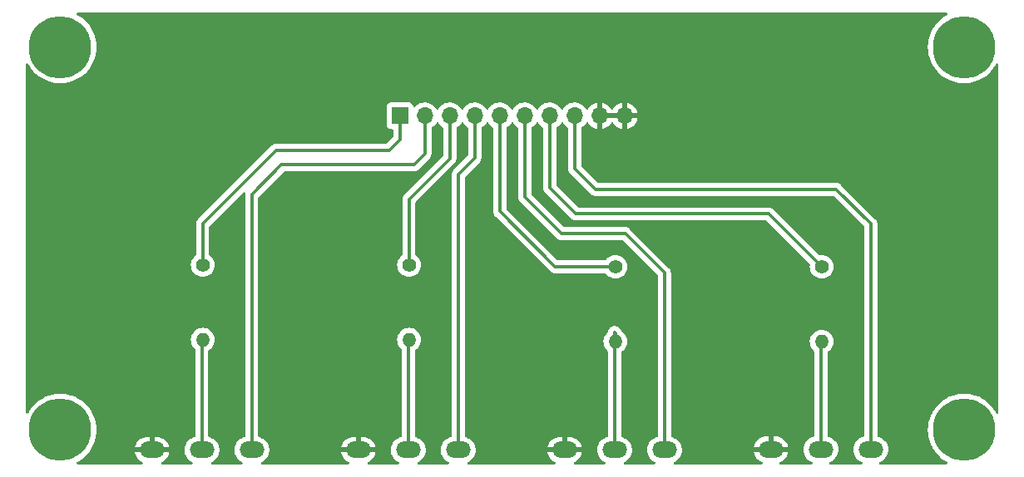
<source format=gtl>
%TF.GenerationSoftware,KiCad,Pcbnew,(6.0.1)*%
%TF.CreationDate,2022-10-03T14:26:05-04:00*%
%TF.ProjectId,MOD-VOL-POTS,4d4f442d-564f-44c2-9d50-4f54532e6b69,rev?*%
%TF.SameCoordinates,Original*%
%TF.FileFunction,Copper,L1,Top*%
%TF.FilePolarity,Positive*%
%FSLAX46Y46*%
G04 Gerber Fmt 4.6, Leading zero omitted, Abs format (unit mm)*
G04 Created by KiCad (PCBNEW (6.0.1)) date 2022-10-03 14:26:05*
%MOMM*%
%LPD*%
G01*
G04 APERTURE LIST*
%TA.AperFunction,ComponentPad*%
%ADD10C,6.350000*%
%TD*%
%TA.AperFunction,ComponentPad*%
%ADD11C,1.400000*%
%TD*%
%TA.AperFunction,ComponentPad*%
%ADD12O,1.400000X1.400000*%
%TD*%
%TA.AperFunction,ComponentPad*%
%ADD13O,2.540000X1.651000*%
%TD*%
%TA.AperFunction,ComponentPad*%
%ADD14R,1.700000X1.700000*%
%TD*%
%TA.AperFunction,ComponentPad*%
%ADD15O,1.700000X1.700000*%
%TD*%
%TA.AperFunction,Conductor*%
%ADD16C,0.304800*%
%TD*%
G04 APERTURE END LIST*
D10*
%TO.P,MTG1,1*%
%TO.N,N/C*%
X94000000Y-83000000D03*
%TD*%
D11*
%TO.P,R2,1*%
%TO.N,/O_POT2*%
X129500000Y-66190000D03*
D12*
%TO.P,R2,2*%
%TO.N,Net-(R2-Pad2)*%
X129500000Y-73810000D03*
%TD*%
D13*
%TO.P,RV1,1,1*%
%TO.N,/I_POT1*%
X113500002Y-85039987D03*
%TO.P,RV1,2,2*%
%TO.N,Net-(R1-Pad2)*%
X108420002Y-85039987D03*
%TO.P,RV1,3,3*%
%TO.N,GND*%
X103340002Y-85039987D03*
%TD*%
D10*
%TO.P,MTG3,1*%
%TO.N,N/C*%
X94000000Y-44000000D03*
%TD*%
D14*
%TO.P,J1,1,Pin_1*%
%TO.N,/O_POT1*%
X128575000Y-51000000D03*
D15*
%TO.P,J1,2,Pin_2*%
%TO.N,/I_POT1*%
X131115000Y-51000000D03*
%TO.P,J1,3,Pin_3*%
%TO.N,/O_POT2*%
X133655000Y-51000000D03*
%TO.P,J1,4,Pin_4*%
%TO.N,/I_POT2*%
X136195000Y-51000000D03*
%TO.P,J1,5,Pin_5*%
%TO.N,/O_POT3*%
X138735000Y-51000000D03*
%TO.P,J1,6,Pin_6*%
%TO.N,/I_POT3*%
X141275000Y-51000000D03*
%TO.P,J1,7,Pin_7*%
%TO.N,/O_POT4*%
X143815000Y-51000000D03*
%TO.P,J1,8,Pin_8*%
%TO.N,/I_POT4*%
X146355000Y-51000000D03*
%TO.P,J1,9,Pin_9*%
%TO.N,GND*%
X148895000Y-51000000D03*
%TO.P,J1,10,Pin_10*%
X151435000Y-51000000D03*
%TD*%
D13*
%TO.P,RV4,1,1*%
%TO.N,/I_POT4*%
X176500003Y-85000008D03*
%TO.P,RV4,2,2*%
%TO.N,Net-(R4-Pad2)*%
X171420003Y-85000008D03*
%TO.P,RV4,3,3*%
%TO.N,GND*%
X166340003Y-85000008D03*
%TD*%
%TO.P,RV2,1,1*%
%TO.N,/I_POT2*%
X134500010Y-85039987D03*
%TO.P,RV2,2,2*%
%TO.N,Net-(R2-Pad2)*%
X129420010Y-85039987D03*
%TO.P,RV2,3,3*%
%TO.N,GND*%
X124340010Y-85039987D03*
%TD*%
D11*
%TO.P,R4,1*%
%TO.N,/O_POT4*%
X171500000Y-66380000D03*
D12*
%TO.P,R4,2*%
%TO.N,Net-(R4-Pad2)*%
X171500000Y-74000000D03*
%TD*%
D13*
%TO.P,RV3,1,1*%
%TO.N,/I_POT3*%
X155499994Y-85039987D03*
%TO.P,RV3,2,2*%
%TO.N,Net-(R3-Pad2)*%
X150419994Y-85039987D03*
%TO.P,RV3,3,3*%
%TO.N,GND*%
X145339994Y-85039987D03*
%TD*%
D11*
%TO.P,R3,1*%
%TO.N,/O_POT3*%
X150500000Y-66380000D03*
D12*
%TO.P,R3,2*%
%TO.N,Net-(R3-Pad2)*%
X150500000Y-74000000D03*
%TD*%
D10*
%TO.P,MTG2,1*%
%TO.N,N/C*%
X186000000Y-83000000D03*
%TD*%
%TO.P,MTG4,1*%
%TO.N,N/C*%
X186000000Y-44000000D03*
%TD*%
D11*
%TO.P,R1,1*%
%TO.N,/O_POT1*%
X108500000Y-66190000D03*
D12*
%TO.P,R1,2*%
%TO.N,Net-(R1-Pad2)*%
X108500000Y-73810000D03*
%TD*%
D16*
%TO.N,/I_POT2*%
X136195000Y-55305000D02*
X136195000Y-51000000D01*
X134500010Y-85039987D02*
X134500010Y-56999990D01*
%TO.N,Net-(R1-Pad2)*%
X108420000Y-85040000D02*
X108420000Y-73890000D01*
%TO.N,Net-(R2-Pad2)*%
X129420000Y-85040000D02*
X129420000Y-73890000D01*
%TO.N,Net-(R3-Pad2)*%
X150420000Y-73080000D02*
X150500000Y-73160000D01*
X150500000Y-73160000D02*
X150500000Y-74000000D01*
X150420000Y-85040000D02*
X150420000Y-73080000D01*
%TO.N,Net-(R4-Pad2)*%
X171420000Y-85000000D02*
X171420000Y-74080000D01*
%TO.N,/I_POT1*%
X131115000Y-54885000D02*
X131115000Y-51000000D01*
X113500000Y-85040000D02*
X113500000Y-59000000D01*
X113500000Y-59000000D02*
X116500000Y-56000000D01*
X130000000Y-56000000D02*
X131115000Y-54885000D01*
X116500000Y-56000000D02*
X130000000Y-56000000D01*
%TO.N,/O_POT1*%
X108500000Y-66190000D02*
X108500000Y-62000000D01*
X128575000Y-53425000D02*
X128575000Y-51000000D01*
X116000000Y-54500000D02*
X127500000Y-54500000D01*
X127500000Y-54500000D02*
X128575000Y-53425000D01*
X108500000Y-62000000D02*
X116000000Y-54500000D01*
%TO.N,/I_POT2*%
X134500000Y-57000000D02*
X136195000Y-55305000D01*
%TO.N,/O_POT2*%
X133655000Y-55345000D02*
X133655000Y-51000000D01*
X129500000Y-66190000D02*
X129500000Y-59500000D01*
X129500000Y-59500000D02*
X133655000Y-55345000D01*
%TO.N,/I_POT3*%
X145000000Y-63000000D02*
X151500000Y-63000000D01*
X155500000Y-67000000D02*
X155500000Y-85040000D01*
X141275000Y-51000000D02*
X141275000Y-59275000D01*
X151500000Y-63000000D02*
X155500000Y-67000000D01*
X141275000Y-59275000D02*
X145000000Y-63000000D01*
%TO.N,/I_POT4*%
X146355000Y-56355000D02*
X148500000Y-58500000D01*
X146355000Y-51000000D02*
X146355000Y-56355000D01*
X173000000Y-58500000D02*
X176500000Y-62000000D01*
X148500000Y-58500000D02*
X173000000Y-58500000D01*
X176500000Y-62000000D02*
X176500000Y-85000000D01*
%TO.N,/O_POT4*%
X143815000Y-51000000D02*
X143815000Y-58315000D01*
X146500000Y-61000000D02*
X166120000Y-61000000D01*
X143815000Y-58315000D02*
X146500000Y-61000000D01*
X166120000Y-61000000D02*
X171500000Y-66380000D01*
%TO.N,/O_POT3*%
X138735000Y-60735000D02*
X144380000Y-66380000D01*
X144380000Y-66380000D02*
X150500000Y-66380000D01*
X138735000Y-51000000D02*
X138735000Y-60735000D01*
%TD*%
%TA.AperFunction,Conductor*%
%TO.N,GND*%
G36*
X184283123Y-40528002D02*
G01*
X184329616Y-40581658D01*
X184339720Y-40651932D01*
X184310226Y-40716512D01*
X184272205Y-40746267D01*
X184155723Y-40805618D01*
X183831922Y-41015896D01*
X183531875Y-41258869D01*
X183258869Y-41531875D01*
X183015896Y-41831922D01*
X182805618Y-42155723D01*
X182630337Y-42499730D01*
X182491976Y-42860174D01*
X182392049Y-43233106D01*
X182391533Y-43236367D01*
X182332873Y-43606728D01*
X182331651Y-43614441D01*
X182311445Y-44000000D01*
X182331651Y-44385559D01*
X182392049Y-44766894D01*
X182491976Y-45139826D01*
X182630337Y-45500270D01*
X182631835Y-45503210D01*
X182804119Y-45841335D01*
X182805618Y-45844277D01*
X183015896Y-46168078D01*
X183258869Y-46468125D01*
X183531875Y-46741131D01*
X183831922Y-46984104D01*
X184155722Y-47194382D01*
X184158656Y-47195877D01*
X184158663Y-47195881D01*
X184496790Y-47368165D01*
X184499730Y-47369663D01*
X184860174Y-47508024D01*
X185233106Y-47607951D01*
X185435643Y-47640030D01*
X185611193Y-47667835D01*
X185611201Y-47667836D01*
X185614441Y-47668349D01*
X186000000Y-47688555D01*
X186385559Y-47668349D01*
X186388799Y-47667836D01*
X186388807Y-47667835D01*
X186564357Y-47640030D01*
X186766894Y-47607951D01*
X187139826Y-47508024D01*
X187500270Y-47369663D01*
X187503210Y-47368165D01*
X187841337Y-47195881D01*
X187841344Y-47195877D01*
X187844278Y-47194382D01*
X188168078Y-46984104D01*
X188468125Y-46741131D01*
X188741131Y-46468125D01*
X188984104Y-46168078D01*
X189194382Y-45844277D01*
X189253733Y-45727795D01*
X189302482Y-45676180D01*
X189371397Y-45659114D01*
X189438598Y-45682015D01*
X189482750Y-45737613D01*
X189492000Y-45784998D01*
X189492000Y-81215002D01*
X189471998Y-81283123D01*
X189418342Y-81329616D01*
X189348068Y-81339720D01*
X189283488Y-81310226D01*
X189253733Y-81272205D01*
X189195881Y-81158665D01*
X189194382Y-81155723D01*
X188984104Y-80831922D01*
X188741131Y-80531875D01*
X188468125Y-80258869D01*
X188168078Y-80015896D01*
X187844278Y-79805618D01*
X187841344Y-79804123D01*
X187841337Y-79804119D01*
X187503210Y-79631835D01*
X187500270Y-79630337D01*
X187139826Y-79491976D01*
X186766894Y-79392049D01*
X186564357Y-79359970D01*
X186388807Y-79332165D01*
X186388799Y-79332164D01*
X186385559Y-79331651D01*
X186000000Y-79311445D01*
X185614441Y-79331651D01*
X185611201Y-79332164D01*
X185611193Y-79332165D01*
X185435643Y-79359970D01*
X185233106Y-79392049D01*
X184860174Y-79491976D01*
X184499730Y-79630337D01*
X184496790Y-79631835D01*
X184158664Y-79804119D01*
X184158657Y-79804123D01*
X184155723Y-79805618D01*
X183831922Y-80015896D01*
X183531875Y-80258869D01*
X183258869Y-80531875D01*
X183015896Y-80831922D01*
X182805618Y-81155723D01*
X182804123Y-81158657D01*
X182804119Y-81158664D01*
X182746267Y-81272205D01*
X182630337Y-81499730D01*
X182491976Y-81860174D01*
X182392049Y-82233106D01*
X182331651Y-82614441D01*
X182311445Y-83000000D01*
X182331651Y-83385559D01*
X182332164Y-83388799D01*
X182332165Y-83388807D01*
X182359970Y-83564357D01*
X182392049Y-83766894D01*
X182491976Y-84139826D01*
X182493161Y-84142914D01*
X182493162Y-84142916D01*
X182507103Y-84179233D01*
X182630337Y-84500270D01*
X182631835Y-84503210D01*
X182775918Y-84785987D01*
X182805618Y-84844277D01*
X183015896Y-85168078D01*
X183258869Y-85468125D01*
X183531875Y-85741131D01*
X183831922Y-85984104D01*
X183834697Y-85985906D01*
X184105897Y-86162025D01*
X184155722Y-86194382D01*
X184158656Y-86195877D01*
X184158663Y-86195881D01*
X184272205Y-86253733D01*
X184323820Y-86302481D01*
X184340886Y-86371396D01*
X184317985Y-86438598D01*
X184262388Y-86482750D01*
X184215002Y-86492000D01*
X177469780Y-86492000D01*
X177401659Y-86471998D01*
X177355166Y-86418342D01*
X177345062Y-86348068D01*
X177374556Y-86283488D01*
X177416530Y-86251805D01*
X177609064Y-86162025D01*
X177609069Y-86162022D01*
X177614051Y-86159699D01*
X177743650Y-86068953D01*
X177800746Y-86028974D01*
X177800749Y-86028972D01*
X177805257Y-86025815D01*
X177970310Y-85860762D01*
X178076201Y-85709535D01*
X178101037Y-85674065D01*
X178101038Y-85674063D01*
X178104194Y-85669556D01*
X178106517Y-85664574D01*
X178106520Y-85664569D01*
X178200519Y-85462988D01*
X178200520Y-85462986D01*
X178202842Y-85458006D01*
X178246791Y-85293987D01*
X178261831Y-85237855D01*
X178261831Y-85237853D01*
X178263255Y-85232540D01*
X178283599Y-85000008D01*
X178263255Y-84767476D01*
X178256732Y-84743132D01*
X178204265Y-84547320D01*
X178204264Y-84547318D01*
X178202842Y-84542010D01*
X178181940Y-84497185D01*
X178106520Y-84335447D01*
X178106517Y-84335442D01*
X178104194Y-84330460D01*
X178001688Y-84184066D01*
X177973469Y-84143765D01*
X177973467Y-84143762D01*
X177970310Y-84139254D01*
X177805257Y-83974201D01*
X177800749Y-83971044D01*
X177800746Y-83971042D01*
X177618560Y-83843474D01*
X177618558Y-83843473D01*
X177614051Y-83840317D01*
X177609069Y-83837994D01*
X177609064Y-83837991D01*
X177407483Y-83743992D01*
X177407481Y-83743991D01*
X177402501Y-83741669D01*
X177397193Y-83740247D01*
X177397191Y-83740246D01*
X177254289Y-83701956D01*
X177193666Y-83665004D01*
X177162645Y-83601144D01*
X177160900Y-83580249D01*
X177160900Y-62027252D01*
X177161192Y-62018682D01*
X177164325Y-61972732D01*
X177164325Y-61972728D01*
X177164841Y-61965156D01*
X177154632Y-61906662D01*
X177153670Y-61900140D01*
X177147450Y-61848737D01*
X177147449Y-61848734D01*
X177146537Y-61841195D01*
X177143851Y-61834087D01*
X177142140Y-61827121D01*
X177140721Y-61821932D01*
X177138644Y-61815053D01*
X177137339Y-61807576D01*
X177113476Y-61753215D01*
X177110985Y-61747111D01*
X177109728Y-61743783D01*
X177089994Y-61691559D01*
X177085694Y-61685302D01*
X177082360Y-61678925D01*
X177079760Y-61674255D01*
X177076095Y-61668058D01*
X177073042Y-61661103D01*
X177067299Y-61653618D01*
X177036894Y-61613995D01*
X177033016Y-61608657D01*
X177003691Y-61565988D01*
X177003689Y-61565986D01*
X176999389Y-61559729D01*
X176956180Y-61521231D01*
X176950905Y-61516251D01*
X173486614Y-58051961D01*
X173480760Y-58045695D01*
X173450470Y-58010973D01*
X173445476Y-58005248D01*
X173396898Y-57971107D01*
X173391604Y-57967175D01*
X173350855Y-57935223D01*
X173350856Y-57935223D01*
X173344879Y-57930537D01*
X173337955Y-57927411D01*
X173331824Y-57923698D01*
X173327204Y-57921062D01*
X173320822Y-57917640D01*
X173314603Y-57913269D01*
X173259286Y-57891701D01*
X173253207Y-57889146D01*
X173199088Y-57864711D01*
X173191612Y-57863325D01*
X173184734Y-57861170D01*
X173179609Y-57859710D01*
X173172645Y-57857922D01*
X173165566Y-57855162D01*
X173158034Y-57854170D01*
X173158032Y-57854170D01*
X173132804Y-57850849D01*
X173106700Y-57847413D01*
X173100202Y-57846384D01*
X173041803Y-57835560D01*
X173034223Y-57835997D01*
X173034222Y-57835997D01*
X172984033Y-57838891D01*
X172976780Y-57839100D01*
X148825944Y-57839100D01*
X148757823Y-57819098D01*
X148736849Y-57802195D01*
X147052805Y-56118152D01*
X147018780Y-56055840D01*
X147015900Y-56029057D01*
X147015900Y-52262249D01*
X147035902Y-52194128D01*
X147068732Y-52159670D01*
X147234860Y-52041173D01*
X147393096Y-51883489D01*
X147523453Y-51702077D01*
X147524640Y-51702930D01*
X147571960Y-51659362D01*
X147641897Y-51647145D01*
X147707338Y-51674678D01*
X147735166Y-51706511D01*
X147792694Y-51800388D01*
X147798777Y-51808699D01*
X147938213Y-51969667D01*
X147945580Y-51976883D01*
X148109434Y-52112916D01*
X148117881Y-52118831D01*
X148301756Y-52226279D01*
X148311042Y-52230729D01*
X148510001Y-52306703D01*
X148519899Y-52309579D01*
X148623250Y-52330606D01*
X148637299Y-52329410D01*
X148641000Y-52319065D01*
X148641000Y-52318517D01*
X149149000Y-52318517D01*
X149153064Y-52332359D01*
X149166478Y-52334393D01*
X149173184Y-52333534D01*
X149183262Y-52331392D01*
X149387255Y-52270191D01*
X149396842Y-52266433D01*
X149588095Y-52172739D01*
X149596945Y-52167464D01*
X149770328Y-52043792D01*
X149778200Y-52037139D01*
X149929052Y-51886812D01*
X149935730Y-51878965D01*
X150063022Y-51701819D01*
X150064147Y-51702627D01*
X150111669Y-51658876D01*
X150181607Y-51646661D01*
X150247046Y-51674197D01*
X150274870Y-51706028D01*
X150332690Y-51800383D01*
X150338777Y-51808699D01*
X150478213Y-51969667D01*
X150485580Y-51976883D01*
X150649434Y-52112916D01*
X150657881Y-52118831D01*
X150841756Y-52226279D01*
X150851042Y-52230729D01*
X151050001Y-52306703D01*
X151059899Y-52309579D01*
X151163250Y-52330606D01*
X151177299Y-52329410D01*
X151181000Y-52319065D01*
X151181000Y-52318517D01*
X151689000Y-52318517D01*
X151693064Y-52332359D01*
X151706478Y-52334393D01*
X151713184Y-52333534D01*
X151723262Y-52331392D01*
X151927255Y-52270191D01*
X151936842Y-52266433D01*
X152128095Y-52172739D01*
X152136945Y-52167464D01*
X152310328Y-52043792D01*
X152318200Y-52037139D01*
X152469052Y-51886812D01*
X152475730Y-51878965D01*
X152600003Y-51706020D01*
X152605313Y-51697183D01*
X152699670Y-51506267D01*
X152703469Y-51496672D01*
X152765377Y-51292910D01*
X152767555Y-51282837D01*
X152768986Y-51271962D01*
X152766775Y-51257778D01*
X152753617Y-51254000D01*
X151707115Y-51254000D01*
X151691876Y-51258475D01*
X151690671Y-51259865D01*
X151689000Y-51267548D01*
X151689000Y-52318517D01*
X151181000Y-52318517D01*
X151181000Y-51272115D01*
X151176525Y-51256876D01*
X151175135Y-51255671D01*
X151167452Y-51254000D01*
X149167115Y-51254000D01*
X149151876Y-51258475D01*
X149150671Y-51259865D01*
X149149000Y-51267548D01*
X149149000Y-52318517D01*
X148641000Y-52318517D01*
X148641000Y-50727885D01*
X149149000Y-50727885D01*
X149153475Y-50743124D01*
X149154865Y-50744329D01*
X149162548Y-50746000D01*
X151162885Y-50746000D01*
X151178124Y-50741525D01*
X151179329Y-50740135D01*
X151181000Y-50732452D01*
X151181000Y-50727885D01*
X151689000Y-50727885D01*
X151693475Y-50743124D01*
X151694865Y-50744329D01*
X151702548Y-50746000D01*
X152753344Y-50746000D01*
X152766875Y-50742027D01*
X152768180Y-50732947D01*
X152726214Y-50565875D01*
X152722894Y-50556124D01*
X152637972Y-50360814D01*
X152633105Y-50351739D01*
X152517426Y-50172926D01*
X152511136Y-50164757D01*
X152367806Y-50007240D01*
X152360273Y-50000215D01*
X152193139Y-49868222D01*
X152184552Y-49862517D01*
X151998117Y-49759599D01*
X151988705Y-49755369D01*
X151787959Y-49684280D01*
X151777988Y-49681646D01*
X151706837Y-49668972D01*
X151693540Y-49670432D01*
X151689000Y-49684989D01*
X151689000Y-50727885D01*
X151181000Y-50727885D01*
X151181000Y-49683102D01*
X151177082Y-49669758D01*
X151162806Y-49667771D01*
X151124324Y-49673660D01*
X151114288Y-49676051D01*
X150911868Y-49742212D01*
X150902359Y-49746209D01*
X150713463Y-49844542D01*
X150704738Y-49850036D01*
X150534433Y-49977905D01*
X150526726Y-49984748D01*
X150379590Y-50138717D01*
X150373104Y-50146727D01*
X150268193Y-50300521D01*
X150213282Y-50345524D01*
X150142757Y-50353695D01*
X150079010Y-50322441D01*
X150058313Y-50297957D01*
X149977427Y-50172926D01*
X149971136Y-50164757D01*
X149827806Y-50007240D01*
X149820273Y-50000215D01*
X149653139Y-49868222D01*
X149644552Y-49862517D01*
X149458117Y-49759599D01*
X149448705Y-49755369D01*
X149247959Y-49684280D01*
X149237988Y-49681646D01*
X149166837Y-49668972D01*
X149153540Y-49670432D01*
X149149000Y-49684989D01*
X149149000Y-50727885D01*
X148641000Y-50727885D01*
X148641000Y-49683102D01*
X148637082Y-49669758D01*
X148622806Y-49667771D01*
X148584324Y-49673660D01*
X148574288Y-49676051D01*
X148371868Y-49742212D01*
X148362359Y-49746209D01*
X148173463Y-49844542D01*
X148164738Y-49850036D01*
X147994433Y-49977905D01*
X147986726Y-49984748D01*
X147839590Y-50138717D01*
X147833109Y-50146722D01*
X147728498Y-50300074D01*
X147673587Y-50345076D01*
X147603062Y-50353247D01*
X147539315Y-50321993D01*
X147518618Y-50297509D01*
X147437822Y-50172617D01*
X147437820Y-50172614D01*
X147435014Y-50168277D01*
X147284670Y-50003051D01*
X147280619Y-49999852D01*
X147280615Y-49999848D01*
X147113414Y-49867800D01*
X147113410Y-49867798D01*
X147109359Y-49864598D01*
X147073028Y-49844542D01*
X147057136Y-49835769D01*
X146913789Y-49756638D01*
X146908920Y-49754914D01*
X146908916Y-49754912D01*
X146708087Y-49683795D01*
X146708083Y-49683794D01*
X146703212Y-49682069D01*
X146698119Y-49681162D01*
X146698116Y-49681161D01*
X146488373Y-49643800D01*
X146488367Y-49643799D01*
X146483284Y-49642894D01*
X146409452Y-49641992D01*
X146265081Y-49640228D01*
X146265079Y-49640228D01*
X146259911Y-49640165D01*
X146039091Y-49673955D01*
X145826756Y-49743357D01*
X145628607Y-49846507D01*
X145624474Y-49849610D01*
X145624471Y-49849612D01*
X145454100Y-49977530D01*
X145449965Y-49980635D01*
X145446393Y-49984373D01*
X145338729Y-50097037D01*
X145295629Y-50142138D01*
X145188201Y-50299621D01*
X145133293Y-50344621D01*
X145062768Y-50352792D01*
X144999021Y-50321538D01*
X144978324Y-50297054D01*
X144897822Y-50172617D01*
X144897820Y-50172614D01*
X144895014Y-50168277D01*
X144744670Y-50003051D01*
X144740619Y-49999852D01*
X144740615Y-49999848D01*
X144573414Y-49867800D01*
X144573410Y-49867798D01*
X144569359Y-49864598D01*
X144533028Y-49844542D01*
X144517136Y-49835769D01*
X144373789Y-49756638D01*
X144368920Y-49754914D01*
X144368916Y-49754912D01*
X144168087Y-49683795D01*
X144168083Y-49683794D01*
X144163212Y-49682069D01*
X144158119Y-49681162D01*
X144158116Y-49681161D01*
X143948373Y-49643800D01*
X143948367Y-49643799D01*
X143943284Y-49642894D01*
X143869452Y-49641992D01*
X143725081Y-49640228D01*
X143725079Y-49640228D01*
X143719911Y-49640165D01*
X143499091Y-49673955D01*
X143286756Y-49743357D01*
X143088607Y-49846507D01*
X143084474Y-49849610D01*
X143084471Y-49849612D01*
X142914100Y-49977530D01*
X142909965Y-49980635D01*
X142906393Y-49984373D01*
X142798729Y-50097037D01*
X142755629Y-50142138D01*
X142648201Y-50299621D01*
X142593293Y-50344621D01*
X142522768Y-50352792D01*
X142459021Y-50321538D01*
X142438324Y-50297054D01*
X142357822Y-50172617D01*
X142357820Y-50172614D01*
X142355014Y-50168277D01*
X142204670Y-50003051D01*
X142200619Y-49999852D01*
X142200615Y-49999848D01*
X142033414Y-49867800D01*
X142033410Y-49867798D01*
X142029359Y-49864598D01*
X141993028Y-49844542D01*
X141977136Y-49835769D01*
X141833789Y-49756638D01*
X141828920Y-49754914D01*
X141828916Y-49754912D01*
X141628087Y-49683795D01*
X141628083Y-49683794D01*
X141623212Y-49682069D01*
X141618119Y-49681162D01*
X141618116Y-49681161D01*
X141408373Y-49643800D01*
X141408367Y-49643799D01*
X141403284Y-49642894D01*
X141329452Y-49641992D01*
X141185081Y-49640228D01*
X141185079Y-49640228D01*
X141179911Y-49640165D01*
X140959091Y-49673955D01*
X140746756Y-49743357D01*
X140548607Y-49846507D01*
X140544474Y-49849610D01*
X140544471Y-49849612D01*
X140374100Y-49977530D01*
X140369965Y-49980635D01*
X140366393Y-49984373D01*
X140258729Y-50097037D01*
X140215629Y-50142138D01*
X140108201Y-50299621D01*
X140053293Y-50344621D01*
X139982768Y-50352792D01*
X139919021Y-50321538D01*
X139898324Y-50297054D01*
X139817822Y-50172617D01*
X139817820Y-50172614D01*
X139815014Y-50168277D01*
X139664670Y-50003051D01*
X139660619Y-49999852D01*
X139660615Y-49999848D01*
X139493414Y-49867800D01*
X139493410Y-49867798D01*
X139489359Y-49864598D01*
X139453028Y-49844542D01*
X139437136Y-49835769D01*
X139293789Y-49756638D01*
X139288920Y-49754914D01*
X139288916Y-49754912D01*
X139088087Y-49683795D01*
X139088083Y-49683794D01*
X139083212Y-49682069D01*
X139078119Y-49681162D01*
X139078116Y-49681161D01*
X138868373Y-49643800D01*
X138868367Y-49643799D01*
X138863284Y-49642894D01*
X138789452Y-49641992D01*
X138645081Y-49640228D01*
X138645079Y-49640228D01*
X138639911Y-49640165D01*
X138419091Y-49673955D01*
X138206756Y-49743357D01*
X138008607Y-49846507D01*
X138004474Y-49849610D01*
X138004471Y-49849612D01*
X137834100Y-49977530D01*
X137829965Y-49980635D01*
X137826393Y-49984373D01*
X137718729Y-50097037D01*
X137675629Y-50142138D01*
X137568201Y-50299621D01*
X137513293Y-50344621D01*
X137442768Y-50352792D01*
X137379021Y-50321538D01*
X137358324Y-50297054D01*
X137277822Y-50172617D01*
X137277820Y-50172614D01*
X137275014Y-50168277D01*
X137124670Y-50003051D01*
X137120619Y-49999852D01*
X137120615Y-49999848D01*
X136953414Y-49867800D01*
X136953410Y-49867798D01*
X136949359Y-49864598D01*
X136913028Y-49844542D01*
X136897136Y-49835769D01*
X136753789Y-49756638D01*
X136748920Y-49754914D01*
X136748916Y-49754912D01*
X136548087Y-49683795D01*
X136548083Y-49683794D01*
X136543212Y-49682069D01*
X136538119Y-49681162D01*
X136538116Y-49681161D01*
X136328373Y-49643800D01*
X136328367Y-49643799D01*
X136323284Y-49642894D01*
X136249452Y-49641992D01*
X136105081Y-49640228D01*
X136105079Y-49640228D01*
X136099911Y-49640165D01*
X135879091Y-49673955D01*
X135666756Y-49743357D01*
X135468607Y-49846507D01*
X135464474Y-49849610D01*
X135464471Y-49849612D01*
X135294100Y-49977530D01*
X135289965Y-49980635D01*
X135286393Y-49984373D01*
X135178729Y-50097037D01*
X135135629Y-50142138D01*
X135028201Y-50299621D01*
X134973293Y-50344621D01*
X134902768Y-50352792D01*
X134839021Y-50321538D01*
X134818324Y-50297054D01*
X134737822Y-50172617D01*
X134737820Y-50172614D01*
X134735014Y-50168277D01*
X134584670Y-50003051D01*
X134580619Y-49999852D01*
X134580615Y-49999848D01*
X134413414Y-49867800D01*
X134413410Y-49867798D01*
X134409359Y-49864598D01*
X134373028Y-49844542D01*
X134357136Y-49835769D01*
X134213789Y-49756638D01*
X134208920Y-49754914D01*
X134208916Y-49754912D01*
X134008087Y-49683795D01*
X134008083Y-49683794D01*
X134003212Y-49682069D01*
X133998119Y-49681162D01*
X133998116Y-49681161D01*
X133788373Y-49643800D01*
X133788367Y-49643799D01*
X133783284Y-49642894D01*
X133709452Y-49641992D01*
X133565081Y-49640228D01*
X133565079Y-49640228D01*
X133559911Y-49640165D01*
X133339091Y-49673955D01*
X133126756Y-49743357D01*
X132928607Y-49846507D01*
X132924474Y-49849610D01*
X132924471Y-49849612D01*
X132754100Y-49977530D01*
X132749965Y-49980635D01*
X132746393Y-49984373D01*
X132638729Y-50097037D01*
X132595629Y-50142138D01*
X132488201Y-50299621D01*
X132433293Y-50344621D01*
X132362768Y-50352792D01*
X132299021Y-50321538D01*
X132278324Y-50297054D01*
X132197822Y-50172617D01*
X132197820Y-50172614D01*
X132195014Y-50168277D01*
X132044670Y-50003051D01*
X132040619Y-49999852D01*
X132040615Y-49999848D01*
X131873414Y-49867800D01*
X131873410Y-49867798D01*
X131869359Y-49864598D01*
X131833028Y-49844542D01*
X131817136Y-49835769D01*
X131673789Y-49756638D01*
X131668920Y-49754914D01*
X131668916Y-49754912D01*
X131468087Y-49683795D01*
X131468083Y-49683794D01*
X131463212Y-49682069D01*
X131458119Y-49681162D01*
X131458116Y-49681161D01*
X131248373Y-49643800D01*
X131248367Y-49643799D01*
X131243284Y-49642894D01*
X131169452Y-49641992D01*
X131025081Y-49640228D01*
X131025079Y-49640228D01*
X131019911Y-49640165D01*
X130799091Y-49673955D01*
X130586756Y-49743357D01*
X130388607Y-49846507D01*
X130384474Y-49849610D01*
X130384471Y-49849612D01*
X130214100Y-49977530D01*
X130209965Y-49980635D01*
X130153537Y-50039684D01*
X130129283Y-50065064D01*
X130067759Y-50100494D01*
X129996846Y-50097037D01*
X129939060Y-50055791D01*
X129920207Y-50022243D01*
X129878767Y-49911703D01*
X129875615Y-49903295D01*
X129788261Y-49786739D01*
X129671705Y-49699385D01*
X129535316Y-49648255D01*
X129473134Y-49641500D01*
X127676866Y-49641500D01*
X127614684Y-49648255D01*
X127478295Y-49699385D01*
X127361739Y-49786739D01*
X127274385Y-49903295D01*
X127223255Y-50039684D01*
X127216500Y-50101866D01*
X127216500Y-51898134D01*
X127223255Y-51960316D01*
X127274385Y-52096705D01*
X127361739Y-52213261D01*
X127478295Y-52300615D01*
X127614684Y-52351745D01*
X127676866Y-52358500D01*
X127788100Y-52358500D01*
X127856221Y-52378502D01*
X127902714Y-52432158D01*
X127914100Y-52484500D01*
X127914100Y-53099057D01*
X127894098Y-53167178D01*
X127877195Y-53188152D01*
X127263152Y-53802195D01*
X127200840Y-53836221D01*
X127174057Y-53839100D01*
X116027267Y-53839100D01*
X116018697Y-53838808D01*
X115972733Y-53835674D01*
X115972729Y-53835674D01*
X115965157Y-53835158D01*
X115957680Y-53836463D01*
X115957679Y-53836463D01*
X115944243Y-53838808D01*
X115906647Y-53845370D01*
X115900167Y-53846327D01*
X115841195Y-53853463D01*
X115834087Y-53856149D01*
X115827101Y-53857865D01*
X115821975Y-53859267D01*
X115815065Y-53861353D01*
X115807577Y-53862660D01*
X115789772Y-53870476D01*
X115753223Y-53886520D01*
X115747115Y-53889013D01*
X115702814Y-53905753D01*
X115691559Y-53910006D01*
X115685301Y-53914307D01*
X115678973Y-53917615D01*
X115674208Y-53920268D01*
X115668059Y-53923905D01*
X115661104Y-53926958D01*
X115613989Y-53963111D01*
X115608685Y-53966964D01*
X115565992Y-53996306D01*
X115565989Y-53996308D01*
X115559729Y-54000611D01*
X115554674Y-54006285D01*
X115521224Y-54043828D01*
X115516243Y-54049104D01*
X108051961Y-61513386D01*
X108045696Y-61519239D01*
X108005248Y-61554524D01*
X107988087Y-61578942D01*
X107971109Y-61603099D01*
X107967177Y-61608393D01*
X107930537Y-61655121D01*
X107927411Y-61662045D01*
X107923698Y-61668176D01*
X107921062Y-61672796D01*
X107917640Y-61679178D01*
X107913269Y-61685397D01*
X107910509Y-61692476D01*
X107891702Y-61740713D01*
X107889146Y-61746792D01*
X107864711Y-61800912D01*
X107863325Y-61808388D01*
X107861170Y-61815266D01*
X107859710Y-61820391D01*
X107857922Y-61827355D01*
X107855162Y-61834434D01*
X107854170Y-61841966D01*
X107854170Y-61841968D01*
X107847414Y-61893292D01*
X107846384Y-61899798D01*
X107835560Y-61958197D01*
X107835997Y-61965777D01*
X107835997Y-61965778D01*
X107838891Y-62015967D01*
X107839100Y-62023220D01*
X107839100Y-65111870D01*
X107819098Y-65179991D01*
X107785371Y-65215083D01*
X107720224Y-65260699D01*
X107570699Y-65410224D01*
X107449411Y-65583442D01*
X107447090Y-65588420D01*
X107447088Y-65588423D01*
X107362913Y-65768937D01*
X107360044Y-65775090D01*
X107358622Y-65780398D01*
X107358621Y-65780400D01*
X107307711Y-65970400D01*
X107305314Y-65979345D01*
X107286884Y-66190000D01*
X107305314Y-66400655D01*
X107306738Y-66405968D01*
X107306738Y-66405970D01*
X107357649Y-66595970D01*
X107360044Y-66604910D01*
X107449411Y-66796558D01*
X107570699Y-66969776D01*
X107720224Y-67119301D01*
X107893442Y-67240589D01*
X107898420Y-67242910D01*
X107898423Y-67242912D01*
X108076486Y-67325944D01*
X108085090Y-67329956D01*
X108090398Y-67331378D01*
X108090400Y-67331379D01*
X108284030Y-67383262D01*
X108284032Y-67383262D01*
X108289345Y-67384686D01*
X108500000Y-67403116D01*
X108710655Y-67384686D01*
X108715968Y-67383262D01*
X108715970Y-67383262D01*
X108909600Y-67331379D01*
X108909602Y-67331378D01*
X108914910Y-67329956D01*
X108923514Y-67325944D01*
X109101577Y-67242912D01*
X109101580Y-67242910D01*
X109106558Y-67240589D01*
X109279776Y-67119301D01*
X109429301Y-66969776D01*
X109550589Y-66796558D01*
X109639956Y-66604910D01*
X109642352Y-66595970D01*
X109693262Y-66405970D01*
X109693262Y-66405968D01*
X109694686Y-66400655D01*
X109713116Y-66190000D01*
X109694686Y-65979345D01*
X109692289Y-65970400D01*
X109641379Y-65780400D01*
X109641378Y-65780398D01*
X109639956Y-65775090D01*
X109637087Y-65768937D01*
X109552912Y-65588423D01*
X109552910Y-65588420D01*
X109550589Y-65583442D01*
X109429301Y-65410224D01*
X109279776Y-65260699D01*
X109214630Y-65215083D01*
X109170301Y-65159627D01*
X109160900Y-65111870D01*
X109160900Y-62325944D01*
X109180902Y-62257823D01*
X109197805Y-62236849D01*
X112630324Y-58804330D01*
X112692636Y-58770304D01*
X112763451Y-58775369D01*
X112820287Y-58817916D01*
X112845098Y-58884436D01*
X112843309Y-58916387D01*
X112835560Y-58958197D01*
X112835997Y-58965777D01*
X112835997Y-58965778D01*
X112838891Y-59015967D01*
X112839100Y-59023220D01*
X112839100Y-83620229D01*
X112819098Y-83688350D01*
X112765442Y-83734843D01*
X112745711Y-83741936D01*
X112602814Y-83780225D01*
X112602812Y-83780226D01*
X112597504Y-83781648D01*
X112592524Y-83783970D01*
X112592522Y-83783971D01*
X112390941Y-83877970D01*
X112390936Y-83877973D01*
X112385954Y-83880296D01*
X112381447Y-83883452D01*
X112381445Y-83883453D01*
X112199259Y-84011021D01*
X112199256Y-84011023D01*
X112194748Y-84014180D01*
X112029695Y-84179233D01*
X112026538Y-84183741D01*
X112026536Y-84183744D01*
X111920137Y-84335698D01*
X111895811Y-84370439D01*
X111893488Y-84375421D01*
X111893485Y-84375426D01*
X111813249Y-84547492D01*
X111797163Y-84581989D01*
X111795741Y-84587297D01*
X111795740Y-84587299D01*
X111743273Y-84783111D01*
X111736750Y-84807455D01*
X111716406Y-85039987D01*
X111736750Y-85272519D01*
X111738174Y-85277832D01*
X111738174Y-85277834D01*
X111787786Y-85462988D01*
X111797163Y-85497985D01*
X111799485Y-85502965D01*
X111799486Y-85502967D01*
X111893485Y-85704548D01*
X111893488Y-85704553D01*
X111895811Y-85709535D01*
X111898967Y-85714042D01*
X111898968Y-85714044D01*
X112004205Y-85864337D01*
X112029695Y-85900741D01*
X112194748Y-86065794D01*
X112199256Y-86068951D01*
X112199259Y-86068953D01*
X112380531Y-86195881D01*
X112385954Y-86199678D01*
X112390936Y-86202001D01*
X112390941Y-86202004D01*
X112497740Y-86251805D01*
X112551025Y-86298723D01*
X112570486Y-86367000D01*
X112549944Y-86434960D01*
X112495921Y-86481025D01*
X112444490Y-86492000D01*
X109475514Y-86492000D01*
X109407393Y-86471998D01*
X109360900Y-86418342D01*
X109350796Y-86348068D01*
X109380290Y-86283488D01*
X109422264Y-86251805D01*
X109529063Y-86202004D01*
X109529068Y-86202001D01*
X109534050Y-86199678D01*
X109539473Y-86195881D01*
X109720745Y-86068953D01*
X109720748Y-86068951D01*
X109725256Y-86065794D01*
X109890309Y-85900741D01*
X109915800Y-85864337D01*
X110021036Y-85714044D01*
X110021037Y-85714042D01*
X110024193Y-85709535D01*
X110026516Y-85704553D01*
X110026519Y-85704548D01*
X110120518Y-85502967D01*
X110120519Y-85502965D01*
X110122841Y-85497985D01*
X110132219Y-85462988D01*
X110181830Y-85277834D01*
X110181830Y-85277832D01*
X110183254Y-85272519D01*
X110203598Y-85039987D01*
X110183254Y-84807455D01*
X110176731Y-84783111D01*
X110124264Y-84587299D01*
X110124263Y-84587297D01*
X110122841Y-84581989D01*
X110106755Y-84547492D01*
X110026519Y-84375426D01*
X110026516Y-84375421D01*
X110024193Y-84370439D01*
X109999867Y-84335698D01*
X109893468Y-84183744D01*
X109893466Y-84183741D01*
X109890309Y-84179233D01*
X109725256Y-84014180D01*
X109720748Y-84011023D01*
X109720745Y-84011021D01*
X109538559Y-83883453D01*
X109538557Y-83883452D01*
X109534050Y-83880296D01*
X109529068Y-83877973D01*
X109529063Y-83877970D01*
X109327482Y-83783971D01*
X109327480Y-83783970D01*
X109322500Y-83781648D01*
X109317192Y-83780226D01*
X109317190Y-83780225D01*
X109174289Y-83741935D01*
X109113666Y-83704983D01*
X109082645Y-83641123D01*
X109080900Y-83620228D01*
X109080900Y-74944146D01*
X109100902Y-74876025D01*
X109134630Y-74840933D01*
X109275264Y-74742460D01*
X109279776Y-74739301D01*
X109429301Y-74589776D01*
X109550589Y-74416558D01*
X109639956Y-74224910D01*
X109642352Y-74215970D01*
X109693262Y-74025970D01*
X109693262Y-74025968D01*
X109694686Y-74020655D01*
X109713116Y-73810000D01*
X109694686Y-73599345D01*
X109692289Y-73590400D01*
X109641379Y-73400400D01*
X109641378Y-73400398D01*
X109639956Y-73395090D01*
X109558415Y-73220224D01*
X109552912Y-73208423D01*
X109552910Y-73208420D01*
X109550589Y-73203442D01*
X109429301Y-73030224D01*
X109279776Y-72880699D01*
X109106558Y-72759411D01*
X109101580Y-72757090D01*
X109101577Y-72757088D01*
X108919892Y-72672367D01*
X108919891Y-72672366D01*
X108914910Y-72670044D01*
X108909602Y-72668622D01*
X108909600Y-72668621D01*
X108715970Y-72616738D01*
X108715968Y-72616738D01*
X108710655Y-72615314D01*
X108500000Y-72596884D01*
X108289345Y-72615314D01*
X108284032Y-72616738D01*
X108284030Y-72616738D01*
X108090400Y-72668621D01*
X108090398Y-72668622D01*
X108085090Y-72670044D01*
X108080109Y-72672366D01*
X108080108Y-72672367D01*
X107898423Y-72757088D01*
X107898420Y-72757090D01*
X107893442Y-72759411D01*
X107720224Y-72880699D01*
X107570699Y-73030224D01*
X107449411Y-73203442D01*
X107447090Y-73208420D01*
X107447088Y-73208423D01*
X107441585Y-73220224D01*
X107360044Y-73395090D01*
X107358622Y-73400398D01*
X107358621Y-73400400D01*
X107307711Y-73590400D01*
X107305314Y-73599345D01*
X107286884Y-73810000D01*
X107305314Y-74020655D01*
X107306738Y-74025968D01*
X107306738Y-74025970D01*
X107357649Y-74215970D01*
X107360044Y-74224910D01*
X107449411Y-74416558D01*
X107570699Y-74589776D01*
X107720224Y-74739301D01*
X107718848Y-74740677D01*
X107753419Y-74792643D01*
X107759100Y-74830050D01*
X107759100Y-83620229D01*
X107739098Y-83688350D01*
X107685442Y-83734843D01*
X107665711Y-83741936D01*
X107522814Y-83780225D01*
X107522812Y-83780226D01*
X107517504Y-83781648D01*
X107512524Y-83783970D01*
X107512522Y-83783971D01*
X107310941Y-83877970D01*
X107310936Y-83877973D01*
X107305954Y-83880296D01*
X107301447Y-83883452D01*
X107301445Y-83883453D01*
X107119259Y-84011021D01*
X107119256Y-84011023D01*
X107114748Y-84014180D01*
X106949695Y-84179233D01*
X106946538Y-84183741D01*
X106946536Y-84183744D01*
X106840137Y-84335698D01*
X106815811Y-84370439D01*
X106813488Y-84375421D01*
X106813485Y-84375426D01*
X106733249Y-84547492D01*
X106717163Y-84581989D01*
X106715741Y-84587297D01*
X106715740Y-84587299D01*
X106663273Y-84783111D01*
X106656750Y-84807455D01*
X106636406Y-85039987D01*
X106656750Y-85272519D01*
X106658174Y-85277832D01*
X106658174Y-85277834D01*
X106707786Y-85462988D01*
X106717163Y-85497985D01*
X106719485Y-85502965D01*
X106719486Y-85502967D01*
X106813485Y-85704548D01*
X106813488Y-85704553D01*
X106815811Y-85709535D01*
X106818967Y-85714042D01*
X106818968Y-85714044D01*
X106924205Y-85864337D01*
X106949695Y-85900741D01*
X107114748Y-86065794D01*
X107119256Y-86068951D01*
X107119259Y-86068953D01*
X107300531Y-86195881D01*
X107305954Y-86199678D01*
X107310936Y-86202001D01*
X107310941Y-86202004D01*
X107417740Y-86251805D01*
X107471025Y-86298723D01*
X107490486Y-86367000D01*
X107469944Y-86434960D01*
X107415921Y-86481025D01*
X107364490Y-86492000D01*
X104394330Y-86492000D01*
X104326209Y-86471998D01*
X104279716Y-86418342D01*
X104269612Y-86348068D01*
X104299106Y-86283488D01*
X104341080Y-86251805D01*
X104448812Y-86201569D01*
X104458308Y-86196086D01*
X104640423Y-86068568D01*
X104648831Y-86061512D01*
X104806027Y-85904316D01*
X104813083Y-85895908D01*
X104940601Y-85713793D01*
X104946084Y-85704297D01*
X105040046Y-85502795D01*
X105043792Y-85492503D01*
X105092296Y-85311484D01*
X105091960Y-85297388D01*
X105084018Y-85293987D01*
X101601135Y-85293987D01*
X101587604Y-85297960D01*
X101586375Y-85306509D01*
X101636212Y-85492503D01*
X101639958Y-85502795D01*
X101733920Y-85704297D01*
X101739403Y-85713793D01*
X101866921Y-85895908D01*
X101873977Y-85904316D01*
X102031173Y-86061512D01*
X102039581Y-86068568D01*
X102221696Y-86196086D01*
X102231192Y-86201569D01*
X102338924Y-86251805D01*
X102392209Y-86298723D01*
X102411670Y-86367000D01*
X102391128Y-86434960D01*
X102337105Y-86481025D01*
X102285674Y-86492000D01*
X95784998Y-86492000D01*
X95716877Y-86471998D01*
X95670384Y-86418342D01*
X95660280Y-86348068D01*
X95689774Y-86283488D01*
X95727795Y-86253733D01*
X95841337Y-86195881D01*
X95841344Y-86195877D01*
X95844278Y-86194382D01*
X95894104Y-86162025D01*
X96165303Y-85985906D01*
X96168078Y-85984104D01*
X96468125Y-85741131D01*
X96741131Y-85468125D01*
X96984104Y-85168078D01*
X97194382Y-84844277D01*
X97224083Y-84785987D01*
X97232998Y-84768490D01*
X101587708Y-84768490D01*
X101588044Y-84782586D01*
X101595986Y-84785987D01*
X103067887Y-84785987D01*
X103083126Y-84781512D01*
X103084331Y-84780122D01*
X103086002Y-84772439D01*
X103086002Y-84767872D01*
X103594002Y-84767872D01*
X103598477Y-84783111D01*
X103599867Y-84784316D01*
X103607550Y-84785987D01*
X105078869Y-84785987D01*
X105092400Y-84782014D01*
X105093629Y-84773465D01*
X105043792Y-84587471D01*
X105040046Y-84577179D01*
X104946084Y-84375677D01*
X104940601Y-84366181D01*
X104813083Y-84184066D01*
X104806027Y-84175658D01*
X104648831Y-84018462D01*
X104640423Y-84011406D01*
X104458308Y-83883888D01*
X104448812Y-83878405D01*
X104247310Y-83784443D01*
X104237018Y-83780697D01*
X104022259Y-83723153D01*
X104011466Y-83721250D01*
X103845452Y-83706725D01*
X103839987Y-83706487D01*
X103612117Y-83706487D01*
X103596878Y-83710962D01*
X103595673Y-83712352D01*
X103594002Y-83720035D01*
X103594002Y-84767872D01*
X103086002Y-84767872D01*
X103086002Y-83724602D01*
X103081527Y-83709363D01*
X103080137Y-83708158D01*
X103072454Y-83706487D01*
X102840017Y-83706487D01*
X102834552Y-83706725D01*
X102668538Y-83721250D01*
X102657745Y-83723153D01*
X102442986Y-83780697D01*
X102432694Y-83784443D01*
X102231192Y-83878405D01*
X102221696Y-83883888D01*
X102039581Y-84011406D01*
X102031173Y-84018462D01*
X101873977Y-84175658D01*
X101866921Y-84184066D01*
X101739403Y-84366181D01*
X101733920Y-84375677D01*
X101639958Y-84577179D01*
X101636212Y-84587471D01*
X101587708Y-84768490D01*
X97232998Y-84768490D01*
X97368165Y-84503210D01*
X97369663Y-84500270D01*
X97492897Y-84179233D01*
X97506838Y-84142916D01*
X97506839Y-84142914D01*
X97508024Y-84139826D01*
X97607951Y-83766894D01*
X97640030Y-83564357D01*
X97667835Y-83388807D01*
X97667836Y-83388799D01*
X97668349Y-83385559D01*
X97688555Y-83000000D01*
X97668349Y-82614441D01*
X97607951Y-82233106D01*
X97508024Y-81860174D01*
X97369663Y-81499730D01*
X97253733Y-81272205D01*
X97195881Y-81158664D01*
X97195877Y-81158657D01*
X97194382Y-81155723D01*
X96984104Y-80831922D01*
X96741131Y-80531875D01*
X96468125Y-80258869D01*
X96168078Y-80015896D01*
X95844278Y-79805618D01*
X95841344Y-79804123D01*
X95841337Y-79804119D01*
X95503210Y-79631835D01*
X95500270Y-79630337D01*
X95139826Y-79491976D01*
X94766894Y-79392049D01*
X94564357Y-79359970D01*
X94388807Y-79332165D01*
X94388799Y-79332164D01*
X94385559Y-79331651D01*
X94000000Y-79311445D01*
X93614441Y-79331651D01*
X93611201Y-79332164D01*
X93611193Y-79332165D01*
X93435643Y-79359970D01*
X93233106Y-79392049D01*
X92860174Y-79491976D01*
X92499730Y-79630337D01*
X92496790Y-79631835D01*
X92158664Y-79804119D01*
X92158657Y-79804123D01*
X92155723Y-79805618D01*
X91831922Y-80015896D01*
X91531875Y-80258869D01*
X91258869Y-80531875D01*
X91015896Y-80831922D01*
X90805618Y-81155723D01*
X90804119Y-81158665D01*
X90746267Y-81272205D01*
X90697518Y-81323820D01*
X90628603Y-81340886D01*
X90561402Y-81317985D01*
X90517250Y-81262387D01*
X90508000Y-81215002D01*
X90508000Y-45784998D01*
X90528002Y-45716877D01*
X90581658Y-45670384D01*
X90651932Y-45660280D01*
X90716512Y-45689774D01*
X90746267Y-45727795D01*
X90805618Y-45844277D01*
X91015896Y-46168078D01*
X91258869Y-46468125D01*
X91531875Y-46741131D01*
X91831922Y-46984104D01*
X92155722Y-47194382D01*
X92158656Y-47195877D01*
X92158663Y-47195881D01*
X92496790Y-47368165D01*
X92499730Y-47369663D01*
X92860174Y-47508024D01*
X93233106Y-47607951D01*
X93435643Y-47640030D01*
X93611193Y-47667835D01*
X93611201Y-47667836D01*
X93614441Y-47668349D01*
X94000000Y-47688555D01*
X94385559Y-47668349D01*
X94388799Y-47667836D01*
X94388807Y-47667835D01*
X94564357Y-47640030D01*
X94766894Y-47607951D01*
X95139826Y-47508024D01*
X95500270Y-47369663D01*
X95503210Y-47368165D01*
X95841337Y-47195881D01*
X95841344Y-47195877D01*
X95844278Y-47194382D01*
X96168078Y-46984104D01*
X96468125Y-46741131D01*
X96741131Y-46468125D01*
X96984104Y-46168078D01*
X97194382Y-45844277D01*
X97195882Y-45841335D01*
X97368165Y-45503210D01*
X97369663Y-45500270D01*
X97508024Y-45139826D01*
X97607951Y-44766894D01*
X97668349Y-44385559D01*
X97688555Y-44000000D01*
X97668349Y-43614441D01*
X97667128Y-43606728D01*
X97608467Y-43236367D01*
X97607951Y-43233106D01*
X97508024Y-42860174D01*
X97369663Y-42499730D01*
X97194382Y-42155723D01*
X96984104Y-41831922D01*
X96741131Y-41531875D01*
X96468125Y-41258869D01*
X96168078Y-41015896D01*
X95844278Y-40805618D01*
X95841344Y-40804123D01*
X95841337Y-40804119D01*
X95727795Y-40746267D01*
X95676180Y-40697519D01*
X95659114Y-40628604D01*
X95682015Y-40561402D01*
X95737612Y-40517250D01*
X95784998Y-40508000D01*
X184215002Y-40508000D01*
X184283123Y-40528002D01*
G37*
%TD.AperFunction*%
%TA.AperFunction,Conductor*%
G36*
X135007026Y-51675144D02*
G01*
X135034875Y-51706994D01*
X135094987Y-51805088D01*
X135241250Y-51973938D01*
X135413126Y-52116632D01*
X135417593Y-52119242D01*
X135471670Y-52150842D01*
X135520394Y-52202480D01*
X135534100Y-52259630D01*
X135534100Y-54979056D01*
X135514098Y-55047177D01*
X135497195Y-55068151D01*
X134051971Y-56513376D01*
X134045706Y-56519229D01*
X134005258Y-56554514D01*
X134000888Y-56560731D01*
X134000887Y-56560733D01*
X133971133Y-56603068D01*
X133967199Y-56608366D01*
X133930537Y-56655121D01*
X133927410Y-56662046D01*
X133923737Y-56668111D01*
X133921098Y-56672736D01*
X133917648Y-56679170D01*
X133913279Y-56685387D01*
X133910519Y-56692467D01*
X133910517Y-56692470D01*
X133891747Y-56740613D01*
X133889192Y-56746693D01*
X133864711Y-56800912D01*
X133863327Y-56808377D01*
X133861214Y-56815121D01*
X133859760Y-56820222D01*
X133857930Y-56827349D01*
X133855172Y-56834424D01*
X133854181Y-56841954D01*
X133854180Y-56841957D01*
X133847444Y-56893130D01*
X133846414Y-56899637D01*
X133835560Y-56958197D01*
X133835997Y-56965777D01*
X133835997Y-56965778D01*
X133838901Y-57016141D01*
X133839110Y-57023394D01*
X133839110Y-83620229D01*
X133819108Y-83688350D01*
X133765452Y-83734843D01*
X133745723Y-83741935D01*
X133736286Y-83744464D01*
X133602822Y-83780225D01*
X133602820Y-83780226D01*
X133597512Y-83781648D01*
X133592532Y-83783970D01*
X133592530Y-83783971D01*
X133390949Y-83877970D01*
X133390944Y-83877973D01*
X133385962Y-83880296D01*
X133381455Y-83883452D01*
X133381453Y-83883453D01*
X133199267Y-84011021D01*
X133199264Y-84011023D01*
X133194756Y-84014180D01*
X133029703Y-84179233D01*
X133026546Y-84183741D01*
X133026544Y-84183744D01*
X132920145Y-84335698D01*
X132895819Y-84370439D01*
X132893496Y-84375421D01*
X132893493Y-84375426D01*
X132813257Y-84547492D01*
X132797171Y-84581989D01*
X132795749Y-84587297D01*
X132795748Y-84587299D01*
X132743281Y-84783111D01*
X132736758Y-84807455D01*
X132716414Y-85039987D01*
X132736758Y-85272519D01*
X132738182Y-85277832D01*
X132738182Y-85277834D01*
X132787794Y-85462988D01*
X132797171Y-85497985D01*
X132799493Y-85502965D01*
X132799494Y-85502967D01*
X132893493Y-85704548D01*
X132893496Y-85704553D01*
X132895819Y-85709535D01*
X132898975Y-85714042D01*
X132898976Y-85714044D01*
X133004213Y-85864337D01*
X133029703Y-85900741D01*
X133194756Y-86065794D01*
X133199264Y-86068951D01*
X133199267Y-86068953D01*
X133380539Y-86195881D01*
X133385962Y-86199678D01*
X133390944Y-86202001D01*
X133390949Y-86202004D01*
X133497748Y-86251805D01*
X133551033Y-86298723D01*
X133570494Y-86367000D01*
X133549952Y-86434960D01*
X133495929Y-86481025D01*
X133444498Y-86492000D01*
X130475522Y-86492000D01*
X130407401Y-86471998D01*
X130360908Y-86418342D01*
X130350804Y-86348068D01*
X130380298Y-86283488D01*
X130422272Y-86251805D01*
X130529071Y-86202004D01*
X130529076Y-86202001D01*
X130534058Y-86199678D01*
X130539481Y-86195881D01*
X130720753Y-86068953D01*
X130720756Y-86068951D01*
X130725264Y-86065794D01*
X130890317Y-85900741D01*
X130915808Y-85864337D01*
X131021044Y-85714044D01*
X131021045Y-85714042D01*
X131024201Y-85709535D01*
X131026524Y-85704553D01*
X131026527Y-85704548D01*
X131120526Y-85502967D01*
X131120527Y-85502965D01*
X131122849Y-85497985D01*
X131132227Y-85462988D01*
X131181838Y-85277834D01*
X131181838Y-85277832D01*
X131183262Y-85272519D01*
X131203606Y-85039987D01*
X131183262Y-84807455D01*
X131176739Y-84783111D01*
X131124272Y-84587299D01*
X131124271Y-84587297D01*
X131122849Y-84581989D01*
X131106763Y-84547492D01*
X131026527Y-84375426D01*
X131026524Y-84375421D01*
X131024201Y-84370439D01*
X130999875Y-84335698D01*
X130893476Y-84183744D01*
X130893474Y-84183741D01*
X130890317Y-84179233D01*
X130725264Y-84014180D01*
X130720756Y-84011023D01*
X130720753Y-84011021D01*
X130538567Y-83883453D01*
X130538565Y-83883452D01*
X130534058Y-83880296D01*
X130529076Y-83877973D01*
X130529071Y-83877970D01*
X130327490Y-83783971D01*
X130327488Y-83783970D01*
X130322508Y-83781648D01*
X130317200Y-83780226D01*
X130317198Y-83780225D01*
X130174289Y-83741933D01*
X130113666Y-83704981D01*
X130082645Y-83641121D01*
X130080900Y-83620226D01*
X130080900Y-74944146D01*
X130100902Y-74876025D01*
X130134630Y-74840933D01*
X130275264Y-74742460D01*
X130279776Y-74739301D01*
X130429301Y-74589776D01*
X130550589Y-74416558D01*
X130639956Y-74224910D01*
X130642352Y-74215970D01*
X130693262Y-74025970D01*
X130693262Y-74025968D01*
X130694686Y-74020655D01*
X130713116Y-73810000D01*
X130694686Y-73599345D01*
X130692289Y-73590400D01*
X130641379Y-73400400D01*
X130641378Y-73400398D01*
X130639956Y-73395090D01*
X130558415Y-73220224D01*
X130552912Y-73208423D01*
X130552910Y-73208420D01*
X130550589Y-73203442D01*
X130429301Y-73030224D01*
X130279776Y-72880699D01*
X130106558Y-72759411D01*
X130101580Y-72757090D01*
X130101577Y-72757088D01*
X129919892Y-72672367D01*
X129919891Y-72672366D01*
X129914910Y-72670044D01*
X129909602Y-72668622D01*
X129909600Y-72668621D01*
X129715970Y-72616738D01*
X129715968Y-72616738D01*
X129710655Y-72615314D01*
X129500000Y-72596884D01*
X129289345Y-72615314D01*
X129284032Y-72616738D01*
X129284030Y-72616738D01*
X129090400Y-72668621D01*
X129090398Y-72668622D01*
X129085090Y-72670044D01*
X129080109Y-72672366D01*
X129080108Y-72672367D01*
X128898423Y-72757088D01*
X128898420Y-72757090D01*
X128893442Y-72759411D01*
X128720224Y-72880699D01*
X128570699Y-73030224D01*
X128449411Y-73203442D01*
X128447090Y-73208420D01*
X128447088Y-73208423D01*
X128441585Y-73220224D01*
X128360044Y-73395090D01*
X128358622Y-73400398D01*
X128358621Y-73400400D01*
X128307711Y-73590400D01*
X128305314Y-73599345D01*
X128286884Y-73810000D01*
X128305314Y-74020655D01*
X128306738Y-74025968D01*
X128306738Y-74025970D01*
X128357649Y-74215970D01*
X128360044Y-74224910D01*
X128449411Y-74416558D01*
X128570699Y-74589776D01*
X128720224Y-74739301D01*
X128718848Y-74740677D01*
X128753419Y-74792643D01*
X128759100Y-74830050D01*
X128759100Y-83620231D01*
X128739098Y-83688352D01*
X128685442Y-83734845D01*
X128665711Y-83741938D01*
X128522822Y-83780225D01*
X128522820Y-83780226D01*
X128517512Y-83781648D01*
X128512532Y-83783970D01*
X128512530Y-83783971D01*
X128310949Y-83877970D01*
X128310944Y-83877973D01*
X128305962Y-83880296D01*
X128301455Y-83883452D01*
X128301453Y-83883453D01*
X128119267Y-84011021D01*
X128119264Y-84011023D01*
X128114756Y-84014180D01*
X127949703Y-84179233D01*
X127946546Y-84183741D01*
X127946544Y-84183744D01*
X127840145Y-84335698D01*
X127815819Y-84370439D01*
X127813496Y-84375421D01*
X127813493Y-84375426D01*
X127733257Y-84547492D01*
X127717171Y-84581989D01*
X127715749Y-84587297D01*
X127715748Y-84587299D01*
X127663281Y-84783111D01*
X127656758Y-84807455D01*
X127636414Y-85039987D01*
X127656758Y-85272519D01*
X127658182Y-85277832D01*
X127658182Y-85277834D01*
X127707794Y-85462988D01*
X127717171Y-85497985D01*
X127719493Y-85502965D01*
X127719494Y-85502967D01*
X127813493Y-85704548D01*
X127813496Y-85704553D01*
X127815819Y-85709535D01*
X127818975Y-85714042D01*
X127818976Y-85714044D01*
X127924213Y-85864337D01*
X127949703Y-85900741D01*
X128114756Y-86065794D01*
X128119264Y-86068951D01*
X128119267Y-86068953D01*
X128300539Y-86195881D01*
X128305962Y-86199678D01*
X128310944Y-86202001D01*
X128310949Y-86202004D01*
X128417748Y-86251805D01*
X128471033Y-86298723D01*
X128490494Y-86367000D01*
X128469952Y-86434960D01*
X128415929Y-86481025D01*
X128364498Y-86492000D01*
X125394338Y-86492000D01*
X125326217Y-86471998D01*
X125279724Y-86418342D01*
X125269620Y-86348068D01*
X125299114Y-86283488D01*
X125341088Y-86251805D01*
X125448820Y-86201569D01*
X125458316Y-86196086D01*
X125640431Y-86068568D01*
X125648839Y-86061512D01*
X125806035Y-85904316D01*
X125813091Y-85895908D01*
X125940609Y-85713793D01*
X125946092Y-85704297D01*
X126040054Y-85502795D01*
X126043800Y-85492503D01*
X126092304Y-85311484D01*
X126091968Y-85297388D01*
X126084026Y-85293987D01*
X122601143Y-85293987D01*
X122587612Y-85297960D01*
X122586383Y-85306509D01*
X122636220Y-85492503D01*
X122639966Y-85502795D01*
X122733928Y-85704297D01*
X122739411Y-85713793D01*
X122866929Y-85895908D01*
X122873985Y-85904316D01*
X123031181Y-86061512D01*
X123039589Y-86068568D01*
X123221704Y-86196086D01*
X123231200Y-86201569D01*
X123338932Y-86251805D01*
X123392217Y-86298723D01*
X123411678Y-86367000D01*
X123391136Y-86434960D01*
X123337113Y-86481025D01*
X123285682Y-86492000D01*
X114555514Y-86492000D01*
X114487393Y-86471998D01*
X114440900Y-86418342D01*
X114430796Y-86348068D01*
X114460290Y-86283488D01*
X114502264Y-86251805D01*
X114609063Y-86202004D01*
X114609068Y-86202001D01*
X114614050Y-86199678D01*
X114619473Y-86195881D01*
X114800745Y-86068953D01*
X114800748Y-86068951D01*
X114805256Y-86065794D01*
X114970309Y-85900741D01*
X114995800Y-85864337D01*
X115101036Y-85714044D01*
X115101037Y-85714042D01*
X115104193Y-85709535D01*
X115106516Y-85704553D01*
X115106519Y-85704548D01*
X115200518Y-85502967D01*
X115200519Y-85502965D01*
X115202841Y-85497985D01*
X115212219Y-85462988D01*
X115261830Y-85277834D01*
X115261830Y-85277832D01*
X115263254Y-85272519D01*
X115283598Y-85039987D01*
X115263254Y-84807455D01*
X115256731Y-84783111D01*
X115252813Y-84768490D01*
X122587716Y-84768490D01*
X122588052Y-84782586D01*
X122595994Y-84785987D01*
X124067895Y-84785987D01*
X124083134Y-84781512D01*
X124084339Y-84780122D01*
X124086010Y-84772439D01*
X124086010Y-84767872D01*
X124594010Y-84767872D01*
X124598485Y-84783111D01*
X124599875Y-84784316D01*
X124607558Y-84785987D01*
X126078877Y-84785987D01*
X126092408Y-84782014D01*
X126093637Y-84773465D01*
X126043800Y-84587471D01*
X126040054Y-84577179D01*
X125946092Y-84375677D01*
X125940609Y-84366181D01*
X125813091Y-84184066D01*
X125806035Y-84175658D01*
X125648839Y-84018462D01*
X125640431Y-84011406D01*
X125458316Y-83883888D01*
X125448820Y-83878405D01*
X125247318Y-83784443D01*
X125237026Y-83780697D01*
X125022267Y-83723153D01*
X125011474Y-83721250D01*
X124845460Y-83706725D01*
X124839995Y-83706487D01*
X124612125Y-83706487D01*
X124596886Y-83710962D01*
X124595681Y-83712352D01*
X124594010Y-83720035D01*
X124594010Y-84767872D01*
X124086010Y-84767872D01*
X124086010Y-83724602D01*
X124081535Y-83709363D01*
X124080145Y-83708158D01*
X124072462Y-83706487D01*
X123840025Y-83706487D01*
X123834560Y-83706725D01*
X123668546Y-83721250D01*
X123657753Y-83723153D01*
X123442994Y-83780697D01*
X123432702Y-83784443D01*
X123231200Y-83878405D01*
X123221704Y-83883888D01*
X123039589Y-84011406D01*
X123031181Y-84018462D01*
X122873985Y-84175658D01*
X122866929Y-84184066D01*
X122739411Y-84366181D01*
X122733928Y-84375677D01*
X122639966Y-84577179D01*
X122636220Y-84587471D01*
X122587716Y-84768490D01*
X115252813Y-84768490D01*
X115204264Y-84587299D01*
X115204263Y-84587297D01*
X115202841Y-84581989D01*
X115186755Y-84547492D01*
X115106519Y-84375426D01*
X115106516Y-84375421D01*
X115104193Y-84370439D01*
X115079867Y-84335698D01*
X114973468Y-84183744D01*
X114973466Y-84183741D01*
X114970309Y-84179233D01*
X114805256Y-84014180D01*
X114800748Y-84011023D01*
X114800745Y-84011021D01*
X114618559Y-83883453D01*
X114618557Y-83883452D01*
X114614050Y-83880296D01*
X114609068Y-83877973D01*
X114609063Y-83877970D01*
X114407482Y-83783971D01*
X114407480Y-83783970D01*
X114402500Y-83781648D01*
X114397192Y-83780226D01*
X114397190Y-83780225D01*
X114254289Y-83741935D01*
X114193666Y-83704983D01*
X114162645Y-83641123D01*
X114160900Y-83620228D01*
X114160900Y-59325944D01*
X114180902Y-59257823D01*
X114197805Y-59236849D01*
X116736849Y-56697805D01*
X116799161Y-56663779D01*
X116825944Y-56660900D01*
X129972737Y-56660900D01*
X129981308Y-56661192D01*
X130034843Y-56664842D01*
X130042320Y-56663537D01*
X130042321Y-56663537D01*
X130083580Y-56656336D01*
X130093347Y-56654631D01*
X130099865Y-56653670D01*
X130118223Y-56651448D01*
X130151262Y-56647450D01*
X130151264Y-56647450D01*
X130158805Y-56646537D01*
X130165913Y-56643851D01*
X130172879Y-56642140D01*
X130178068Y-56640721D01*
X130184947Y-56638644D01*
X130192424Y-56637339D01*
X130246795Y-56613471D01*
X130252886Y-56610986D01*
X130266712Y-56605762D01*
X130273841Y-56603068D01*
X130301336Y-56592679D01*
X130301338Y-56592678D01*
X130308441Y-56589994D01*
X130314702Y-56585691D01*
X130321026Y-56582385D01*
X130325798Y-56579729D01*
X130331944Y-56576094D01*
X130338896Y-56573042D01*
X130386001Y-56536898D01*
X130391334Y-56533023D01*
X130395465Y-56530184D01*
X130440271Y-56499389D01*
X130478769Y-56456180D01*
X130483749Y-56450905D01*
X131563039Y-55371614D01*
X131569305Y-55365760D01*
X131576308Y-55359651D01*
X131609752Y-55330476D01*
X131643893Y-55281898D01*
X131647825Y-55276604D01*
X131679777Y-55235855D01*
X131684463Y-55229879D01*
X131687589Y-55222955D01*
X131691302Y-55216824D01*
X131693938Y-55212204D01*
X131697360Y-55205822D01*
X131701731Y-55199603D01*
X131723299Y-55144286D01*
X131725854Y-55138207D01*
X131729294Y-55130588D01*
X131750289Y-55084088D01*
X131751675Y-55076612D01*
X131753830Y-55069734D01*
X131755290Y-55064609D01*
X131757078Y-55057645D01*
X131759838Y-55050566D01*
X131761902Y-55034892D01*
X131764151Y-55017804D01*
X131767587Y-54991700D01*
X131768618Y-54985189D01*
X131774496Y-54953475D01*
X131779440Y-54926803D01*
X131776109Y-54869032D01*
X131775900Y-54861780D01*
X131775900Y-52262249D01*
X131795902Y-52194128D01*
X131828732Y-52159670D01*
X131994860Y-52041173D01*
X132153096Y-51883489D01*
X132283453Y-51702077D01*
X132284776Y-51703028D01*
X132331645Y-51659857D01*
X132401580Y-51647625D01*
X132467026Y-51675144D01*
X132494875Y-51706994D01*
X132554987Y-51805088D01*
X132701250Y-51973938D01*
X132873126Y-52116632D01*
X132877593Y-52119242D01*
X132931670Y-52150842D01*
X132980394Y-52202480D01*
X132994100Y-52259630D01*
X132994100Y-55019056D01*
X132974098Y-55087177D01*
X132957195Y-55108151D01*
X129051961Y-59013386D01*
X129045696Y-59019239D01*
X129005248Y-59054524D01*
X129000881Y-59060738D01*
X128971109Y-59103099D01*
X128967177Y-59108393D01*
X128930537Y-59155121D01*
X128927411Y-59162045D01*
X128923698Y-59168176D01*
X128921062Y-59172796D01*
X128917640Y-59179178D01*
X128913269Y-59185397D01*
X128893209Y-59236849D01*
X128891702Y-59240713D01*
X128889146Y-59246792D01*
X128864711Y-59300912D01*
X128863325Y-59308388D01*
X128861170Y-59315266D01*
X128859710Y-59320391D01*
X128857922Y-59327355D01*
X128855162Y-59334434D01*
X128854170Y-59341966D01*
X128854170Y-59341968D01*
X128847414Y-59393292D01*
X128846384Y-59399798D01*
X128835560Y-59458197D01*
X128835997Y-59465777D01*
X128835997Y-59465778D01*
X128838891Y-59515967D01*
X128839100Y-59523220D01*
X128839100Y-65111870D01*
X128819098Y-65179991D01*
X128785371Y-65215083D01*
X128720224Y-65260699D01*
X128570699Y-65410224D01*
X128449411Y-65583442D01*
X128447090Y-65588420D01*
X128447088Y-65588423D01*
X128362913Y-65768937D01*
X128360044Y-65775090D01*
X128358622Y-65780398D01*
X128358621Y-65780400D01*
X128307711Y-65970400D01*
X128305314Y-65979345D01*
X128286884Y-66190000D01*
X128305314Y-66400655D01*
X128306738Y-66405968D01*
X128306738Y-66405970D01*
X128357649Y-66595970D01*
X128360044Y-66604910D01*
X128449411Y-66796558D01*
X128570699Y-66969776D01*
X128720224Y-67119301D01*
X128893442Y-67240589D01*
X128898420Y-67242910D01*
X128898423Y-67242912D01*
X129076486Y-67325944D01*
X129085090Y-67329956D01*
X129090398Y-67331378D01*
X129090400Y-67331379D01*
X129284030Y-67383262D01*
X129284032Y-67383262D01*
X129289345Y-67384686D01*
X129500000Y-67403116D01*
X129710655Y-67384686D01*
X129715968Y-67383262D01*
X129715970Y-67383262D01*
X129909600Y-67331379D01*
X129909602Y-67331378D01*
X129914910Y-67329956D01*
X129923514Y-67325944D01*
X130101577Y-67242912D01*
X130101580Y-67242910D01*
X130106558Y-67240589D01*
X130279776Y-67119301D01*
X130429301Y-66969776D01*
X130550589Y-66796558D01*
X130639956Y-66604910D01*
X130642352Y-66595970D01*
X130693262Y-66405970D01*
X130693262Y-66405968D01*
X130694686Y-66400655D01*
X130713116Y-66190000D01*
X130694686Y-65979345D01*
X130692289Y-65970400D01*
X130641379Y-65780400D01*
X130641378Y-65780398D01*
X130639956Y-65775090D01*
X130637087Y-65768937D01*
X130552912Y-65588423D01*
X130552910Y-65588420D01*
X130550589Y-65583442D01*
X130429301Y-65410224D01*
X130279776Y-65260699D01*
X130214630Y-65215083D01*
X130170301Y-65159627D01*
X130160900Y-65111870D01*
X130160900Y-59825944D01*
X130180902Y-59757823D01*
X130197805Y-59736849D01*
X134103047Y-55831607D01*
X134109313Y-55825753D01*
X134144025Y-55795472D01*
X134149752Y-55790476D01*
X134183882Y-55741913D01*
X134187814Y-55736618D01*
X134219777Y-55695855D01*
X134224463Y-55689879D01*
X134227589Y-55682955D01*
X134231302Y-55676824D01*
X134233938Y-55672204D01*
X134237360Y-55665822D01*
X134241731Y-55659603D01*
X134263299Y-55604286D01*
X134265854Y-55598207D01*
X134287161Y-55551015D01*
X134290289Y-55544088D01*
X134291675Y-55536612D01*
X134293830Y-55529734D01*
X134295290Y-55524609D01*
X134297078Y-55517645D01*
X134299838Y-55510566D01*
X134307587Y-55451700D01*
X134308618Y-55445189D01*
X134318056Y-55394268D01*
X134319440Y-55386803D01*
X134316109Y-55329032D01*
X134315900Y-55321780D01*
X134315900Y-52262249D01*
X134335902Y-52194128D01*
X134368732Y-52159670D01*
X134534860Y-52041173D01*
X134693096Y-51883489D01*
X134823453Y-51702077D01*
X134824776Y-51703028D01*
X134871645Y-51659857D01*
X134941580Y-51647625D01*
X135007026Y-51675144D01*
G37*
%TD.AperFunction*%
%TA.AperFunction,Conductor*%
G36*
X140087026Y-51675144D02*
G01*
X140114875Y-51706994D01*
X140174987Y-51805088D01*
X140321250Y-51973938D01*
X140493126Y-52116632D01*
X140497593Y-52119242D01*
X140551670Y-52150842D01*
X140600394Y-52202480D01*
X140614100Y-52259630D01*
X140614100Y-59247737D01*
X140613808Y-59256308D01*
X140610158Y-59309843D01*
X140611463Y-59317320D01*
X140611463Y-59317321D01*
X140620368Y-59368343D01*
X140621330Y-59374865D01*
X140628463Y-59433805D01*
X140631149Y-59440913D01*
X140632860Y-59447879D01*
X140634279Y-59453068D01*
X140636356Y-59459947D01*
X140637661Y-59467424D01*
X140661529Y-59521795D01*
X140664012Y-59527881D01*
X140685006Y-59583441D01*
X140689309Y-59589702D01*
X140692615Y-59596026D01*
X140695271Y-59600798D01*
X140698906Y-59606944D01*
X140701958Y-59613896D01*
X140706580Y-59619919D01*
X140738102Y-59661001D01*
X140741973Y-59666328D01*
X140775611Y-59715271D01*
X140781287Y-59720328D01*
X140818819Y-59753768D01*
X140824095Y-59758749D01*
X144513393Y-63448047D01*
X144519246Y-63454312D01*
X144554524Y-63494752D01*
X144603093Y-63528887D01*
X144608386Y-63532818D01*
X144655122Y-63569463D01*
X144662050Y-63572591D01*
X144668206Y-63576319D01*
X144672825Y-63578954D01*
X144679181Y-63582362D01*
X144685397Y-63586731D01*
X144692476Y-63589491D01*
X144740698Y-63608292D01*
X144746779Y-63610848D01*
X144800912Y-63635290D01*
X144808375Y-63636673D01*
X144815193Y-63638810D01*
X144820378Y-63640287D01*
X144827355Y-63642078D01*
X144834434Y-63644838D01*
X144841967Y-63645830D01*
X144841968Y-63645830D01*
X144865152Y-63648882D01*
X144893308Y-63652589D01*
X144899805Y-63653618D01*
X144958198Y-63664440D01*
X144965779Y-63664003D01*
X144965780Y-63664003D01*
X145015968Y-63661109D01*
X145023221Y-63660900D01*
X151174056Y-63660900D01*
X151242177Y-63680902D01*
X151263151Y-63697805D01*
X154802195Y-67236849D01*
X154836221Y-67299161D01*
X154839100Y-67325944D01*
X154839100Y-83620227D01*
X154819098Y-83688348D01*
X154765442Y-83734841D01*
X154745711Y-83741934D01*
X154602806Y-83780225D01*
X154602804Y-83780226D01*
X154597496Y-83781648D01*
X154592516Y-83783970D01*
X154592514Y-83783971D01*
X154390933Y-83877970D01*
X154390928Y-83877973D01*
X154385946Y-83880296D01*
X154381439Y-83883452D01*
X154381437Y-83883453D01*
X154199251Y-84011021D01*
X154199248Y-84011023D01*
X154194740Y-84014180D01*
X154029687Y-84179233D01*
X154026530Y-84183741D01*
X154026528Y-84183744D01*
X153920129Y-84335698D01*
X153895803Y-84370439D01*
X153893480Y-84375421D01*
X153893477Y-84375426D01*
X153813241Y-84547492D01*
X153797155Y-84581989D01*
X153795733Y-84587297D01*
X153795732Y-84587299D01*
X153743265Y-84783111D01*
X153736742Y-84807455D01*
X153716398Y-85039987D01*
X153736742Y-85272519D01*
X153738166Y-85277832D01*
X153738166Y-85277834D01*
X153787778Y-85462988D01*
X153797155Y-85497985D01*
X153799477Y-85502965D01*
X153799478Y-85502967D01*
X153893477Y-85704548D01*
X153893480Y-85704553D01*
X153895803Y-85709535D01*
X153898959Y-85714042D01*
X153898960Y-85714044D01*
X154004197Y-85864337D01*
X154029687Y-85900741D01*
X154194740Y-86065794D01*
X154199248Y-86068951D01*
X154199251Y-86068953D01*
X154380523Y-86195881D01*
X154385946Y-86199678D01*
X154390928Y-86202001D01*
X154390933Y-86202004D01*
X154497732Y-86251805D01*
X154551017Y-86298723D01*
X154570478Y-86367000D01*
X154549936Y-86434960D01*
X154495913Y-86481025D01*
X154444482Y-86492000D01*
X151475506Y-86492000D01*
X151407385Y-86471998D01*
X151360892Y-86418342D01*
X151350788Y-86348068D01*
X151380282Y-86283488D01*
X151422256Y-86251805D01*
X151529055Y-86202004D01*
X151529060Y-86202001D01*
X151534042Y-86199678D01*
X151539465Y-86195881D01*
X151720737Y-86068953D01*
X151720740Y-86068951D01*
X151725248Y-86065794D01*
X151890301Y-85900741D01*
X151915792Y-85864337D01*
X152021028Y-85714044D01*
X152021029Y-85714042D01*
X152024185Y-85709535D01*
X152026508Y-85704553D01*
X152026511Y-85704548D01*
X152120510Y-85502967D01*
X152120511Y-85502965D01*
X152122833Y-85497985D01*
X152132211Y-85462988D01*
X152181822Y-85277834D01*
X152181822Y-85277832D01*
X152183246Y-85272519D01*
X152203590Y-85039987D01*
X152183246Y-84807455D01*
X152176723Y-84783111D01*
X152124256Y-84587299D01*
X152124255Y-84587297D01*
X152122833Y-84581989D01*
X152106747Y-84547492D01*
X152026511Y-84375426D01*
X152026508Y-84375421D01*
X152024185Y-84370439D01*
X151999859Y-84335698D01*
X151893460Y-84183744D01*
X151893458Y-84183741D01*
X151890301Y-84179233D01*
X151725248Y-84014180D01*
X151720740Y-84011023D01*
X151720737Y-84011021D01*
X151538551Y-83883453D01*
X151538549Y-83883452D01*
X151534042Y-83880296D01*
X151529060Y-83877973D01*
X151529055Y-83877970D01*
X151327474Y-83783971D01*
X151327472Y-83783970D01*
X151322492Y-83781648D01*
X151317184Y-83780226D01*
X151317182Y-83780225D01*
X151174289Y-83741937D01*
X151113666Y-83704985D01*
X151082645Y-83641124D01*
X151080900Y-83620230D01*
X151080900Y-75134146D01*
X151100902Y-75066025D01*
X151134630Y-75030933D01*
X151275264Y-74932460D01*
X151279776Y-74929301D01*
X151429301Y-74779776D01*
X151550589Y-74606558D01*
X151556599Y-74593671D01*
X151637633Y-74419892D01*
X151637634Y-74419891D01*
X151639956Y-74414910D01*
X151689532Y-74229892D01*
X151693262Y-74215970D01*
X151693262Y-74215968D01*
X151694686Y-74210655D01*
X151713116Y-74000000D01*
X151694686Y-73789345D01*
X151643776Y-73599345D01*
X151641379Y-73590400D01*
X151641378Y-73590398D01*
X151639956Y-73585090D01*
X151550589Y-73393442D01*
X151429301Y-73220224D01*
X151279776Y-73070699D01*
X151168401Y-72992714D01*
X151125299Y-72940148D01*
X151113468Y-72913196D01*
X151110985Y-72907111D01*
X151092679Y-72858664D01*
X151092678Y-72858662D01*
X151089994Y-72851559D01*
X151085694Y-72845302D01*
X151082360Y-72838925D01*
X151079760Y-72834255D01*
X151076095Y-72828058D01*
X151073042Y-72821103D01*
X151064598Y-72810098D01*
X151036894Y-72773995D01*
X151033016Y-72768657D01*
X151003691Y-72725988D01*
X151003689Y-72725986D01*
X150999389Y-72719729D01*
X150992478Y-72713571D01*
X150956177Y-72681229D01*
X150950900Y-72676247D01*
X150938583Y-72663930D01*
X150923837Y-72646201D01*
X150923690Y-72645987D01*
X150923689Y-72645986D01*
X150919389Y-72639729D01*
X150893585Y-72616738D01*
X150876173Y-72601225D01*
X150870897Y-72596244D01*
X150858963Y-72584310D01*
X150855971Y-72581964D01*
X150855962Y-72581956D01*
X150847279Y-72575148D01*
X150841221Y-72570084D01*
X150799955Y-72533317D01*
X150791341Y-72528756D01*
X150772553Y-72516554D01*
X150770858Y-72515225D01*
X150770857Y-72515225D01*
X150764879Y-72510537D01*
X150714486Y-72487784D01*
X150707437Y-72484331D01*
X150658585Y-72458465D01*
X150651223Y-72456616D01*
X150651216Y-72456613D01*
X150649122Y-72456087D01*
X150627980Y-72448725D01*
X150626012Y-72447837D01*
X150626011Y-72447837D01*
X150619088Y-72444711D01*
X150611622Y-72443327D01*
X150611621Y-72443327D01*
X150564770Y-72434644D01*
X150557035Y-72432958D01*
X150524430Y-72424768D01*
X150503441Y-72419496D01*
X150495844Y-72419456D01*
X150495842Y-72419456D01*
X150494299Y-72419448D01*
X150493692Y-72419445D01*
X150471394Y-72417338D01*
X150461803Y-72415560D01*
X150454222Y-72415997D01*
X150454221Y-72415997D01*
X150406642Y-72418740D01*
X150398731Y-72418947D01*
X150372849Y-72418812D01*
X150343480Y-72418658D01*
X150336094Y-72420431D01*
X150336089Y-72420432D01*
X150333994Y-72420935D01*
X150311838Y-72424207D01*
X150311351Y-72424235D01*
X150302106Y-72424768D01*
X150272354Y-72433921D01*
X150249300Y-72441013D01*
X150241665Y-72443102D01*
X150222629Y-72447672D01*
X150187937Y-72456001D01*
X150181190Y-72459483D01*
X150181188Y-72459484D01*
X150179274Y-72460472D01*
X150158541Y-72468933D01*
X150149213Y-72471803D01*
X150142697Y-72475703D01*
X150142692Y-72475705D01*
X150101794Y-72500182D01*
X150094878Y-72504031D01*
X150052542Y-72525882D01*
X150052533Y-72525888D01*
X150045791Y-72529368D01*
X150038438Y-72535782D01*
X150020327Y-72548940D01*
X150011955Y-72553951D01*
X149972673Y-72592824D01*
X149966885Y-72598202D01*
X149963420Y-72601225D01*
X149925248Y-72634524D01*
X149920880Y-72640739D01*
X149920879Y-72640740D01*
X149919640Y-72642503D01*
X149905184Y-72659609D01*
X149898253Y-72666468D01*
X149869381Y-72713583D01*
X149865043Y-72720186D01*
X149837640Y-72759176D01*
X149837636Y-72759183D01*
X149833269Y-72765397D01*
X149830509Y-72772477D01*
X149830507Y-72772480D01*
X149829724Y-72774488D01*
X149819769Y-72794542D01*
X149818646Y-72796375D01*
X149814673Y-72802859D01*
X149808851Y-72821103D01*
X149797874Y-72855496D01*
X149795233Y-72862953D01*
X149775162Y-72914434D01*
X149774171Y-72921962D01*
X149774170Y-72921965D01*
X149773888Y-72924110D01*
X149769003Y-72945963D01*
X149766039Y-72955250D01*
X149765523Y-72962824D01*
X149765522Y-72962827D01*
X149764072Y-72984103D01*
X149739483Y-73050705D01*
X149721429Y-73069855D01*
X149720224Y-73070699D01*
X149570699Y-73220224D01*
X149449411Y-73393442D01*
X149360044Y-73585090D01*
X149358622Y-73590398D01*
X149358621Y-73590400D01*
X149356224Y-73599345D01*
X149305314Y-73789345D01*
X149286884Y-74000000D01*
X149305314Y-74210655D01*
X149306738Y-74215968D01*
X149306738Y-74215970D01*
X149310469Y-74229892D01*
X149360044Y-74414910D01*
X149362366Y-74419891D01*
X149362367Y-74419892D01*
X149443402Y-74593671D01*
X149449411Y-74606558D01*
X149570699Y-74779776D01*
X149720224Y-74929301D01*
X149718848Y-74930677D01*
X149753419Y-74982643D01*
X149759100Y-75020050D01*
X149759100Y-83620227D01*
X149739098Y-83688348D01*
X149685442Y-83734841D01*
X149665711Y-83741934D01*
X149522806Y-83780225D01*
X149522804Y-83780226D01*
X149517496Y-83781648D01*
X149512516Y-83783970D01*
X149512514Y-83783971D01*
X149310933Y-83877970D01*
X149310928Y-83877973D01*
X149305946Y-83880296D01*
X149301439Y-83883452D01*
X149301437Y-83883453D01*
X149119251Y-84011021D01*
X149119248Y-84011023D01*
X149114740Y-84014180D01*
X148949687Y-84179233D01*
X148946530Y-84183741D01*
X148946528Y-84183744D01*
X148840129Y-84335698D01*
X148815803Y-84370439D01*
X148813480Y-84375421D01*
X148813477Y-84375426D01*
X148733241Y-84547492D01*
X148717155Y-84581989D01*
X148715733Y-84587297D01*
X148715732Y-84587299D01*
X148663265Y-84783111D01*
X148656742Y-84807455D01*
X148636398Y-85039987D01*
X148656742Y-85272519D01*
X148658166Y-85277832D01*
X148658166Y-85277834D01*
X148707778Y-85462988D01*
X148717155Y-85497985D01*
X148719477Y-85502965D01*
X148719478Y-85502967D01*
X148813477Y-85704548D01*
X148813480Y-85704553D01*
X148815803Y-85709535D01*
X148818959Y-85714042D01*
X148818960Y-85714044D01*
X148924197Y-85864337D01*
X148949687Y-85900741D01*
X149114740Y-86065794D01*
X149119248Y-86068951D01*
X149119251Y-86068953D01*
X149300523Y-86195881D01*
X149305946Y-86199678D01*
X149310928Y-86202001D01*
X149310933Y-86202004D01*
X149417732Y-86251805D01*
X149471017Y-86298723D01*
X149490478Y-86367000D01*
X149469936Y-86434960D01*
X149415913Y-86481025D01*
X149364482Y-86492000D01*
X146394322Y-86492000D01*
X146326201Y-86471998D01*
X146279708Y-86418342D01*
X146269604Y-86348068D01*
X146299098Y-86283488D01*
X146341072Y-86251805D01*
X146448804Y-86201569D01*
X146458300Y-86196086D01*
X146640415Y-86068568D01*
X146648823Y-86061512D01*
X146806019Y-85904316D01*
X146813075Y-85895908D01*
X146940593Y-85713793D01*
X146946076Y-85704297D01*
X147040038Y-85502795D01*
X147043784Y-85492503D01*
X147092288Y-85311484D01*
X147091952Y-85297388D01*
X147084010Y-85293987D01*
X143601127Y-85293987D01*
X143587596Y-85297960D01*
X143586367Y-85306509D01*
X143636204Y-85492503D01*
X143639950Y-85502795D01*
X143733912Y-85704297D01*
X143739395Y-85713793D01*
X143866913Y-85895908D01*
X143873969Y-85904316D01*
X144031165Y-86061512D01*
X144039573Y-86068568D01*
X144221688Y-86196086D01*
X144231184Y-86201569D01*
X144338916Y-86251805D01*
X144392201Y-86298723D01*
X144411662Y-86367000D01*
X144391120Y-86434960D01*
X144337097Y-86481025D01*
X144285666Y-86492000D01*
X135555522Y-86492000D01*
X135487401Y-86471998D01*
X135440908Y-86418342D01*
X135430804Y-86348068D01*
X135460298Y-86283488D01*
X135502272Y-86251805D01*
X135609071Y-86202004D01*
X135609076Y-86202001D01*
X135614058Y-86199678D01*
X135619481Y-86195881D01*
X135800753Y-86068953D01*
X135800756Y-86068951D01*
X135805264Y-86065794D01*
X135970317Y-85900741D01*
X135995808Y-85864337D01*
X136101044Y-85714044D01*
X136101045Y-85714042D01*
X136104201Y-85709535D01*
X136106524Y-85704553D01*
X136106527Y-85704548D01*
X136200526Y-85502967D01*
X136200527Y-85502965D01*
X136202849Y-85497985D01*
X136212227Y-85462988D01*
X136261838Y-85277834D01*
X136261838Y-85277832D01*
X136263262Y-85272519D01*
X136283606Y-85039987D01*
X136263262Y-84807455D01*
X136256739Y-84783111D01*
X136252821Y-84768490D01*
X143587700Y-84768490D01*
X143588036Y-84782586D01*
X143595978Y-84785987D01*
X145067879Y-84785987D01*
X145083118Y-84781512D01*
X145084323Y-84780122D01*
X145085994Y-84772439D01*
X145085994Y-84767872D01*
X145593994Y-84767872D01*
X145598469Y-84783111D01*
X145599859Y-84784316D01*
X145607542Y-84785987D01*
X147078861Y-84785987D01*
X147092392Y-84782014D01*
X147093621Y-84773465D01*
X147043784Y-84587471D01*
X147040038Y-84577179D01*
X146946076Y-84375677D01*
X146940593Y-84366181D01*
X146813075Y-84184066D01*
X146806019Y-84175658D01*
X146648823Y-84018462D01*
X146640415Y-84011406D01*
X146458300Y-83883888D01*
X146448804Y-83878405D01*
X146247302Y-83784443D01*
X146237010Y-83780697D01*
X146022251Y-83723153D01*
X146011458Y-83721250D01*
X145845444Y-83706725D01*
X145839979Y-83706487D01*
X145612109Y-83706487D01*
X145596870Y-83710962D01*
X145595665Y-83712352D01*
X145593994Y-83720035D01*
X145593994Y-84767872D01*
X145085994Y-84767872D01*
X145085994Y-83724602D01*
X145081519Y-83709363D01*
X145080129Y-83708158D01*
X145072446Y-83706487D01*
X144840009Y-83706487D01*
X144834544Y-83706725D01*
X144668530Y-83721250D01*
X144657737Y-83723153D01*
X144442978Y-83780697D01*
X144432686Y-83784443D01*
X144231184Y-83878405D01*
X144221688Y-83883888D01*
X144039573Y-84011406D01*
X144031165Y-84018462D01*
X143873969Y-84175658D01*
X143866913Y-84184066D01*
X143739395Y-84366181D01*
X143733912Y-84375677D01*
X143639950Y-84577179D01*
X143636204Y-84587471D01*
X143587700Y-84768490D01*
X136252821Y-84768490D01*
X136204272Y-84587299D01*
X136204271Y-84587297D01*
X136202849Y-84581989D01*
X136186763Y-84547492D01*
X136106527Y-84375426D01*
X136106524Y-84375421D01*
X136104201Y-84370439D01*
X136079875Y-84335698D01*
X135973476Y-84183744D01*
X135973474Y-84183741D01*
X135970317Y-84179233D01*
X135805264Y-84014180D01*
X135800756Y-84011023D01*
X135800753Y-84011021D01*
X135618567Y-83883453D01*
X135618565Y-83883452D01*
X135614058Y-83880296D01*
X135609076Y-83877973D01*
X135609071Y-83877970D01*
X135407490Y-83783971D01*
X135407488Y-83783970D01*
X135402508Y-83781648D01*
X135397200Y-83780226D01*
X135397198Y-83780225D01*
X135263734Y-83744464D01*
X135254298Y-83741936D01*
X135193676Y-83704984D01*
X135162655Y-83641124D01*
X135160910Y-83620229D01*
X135160910Y-57325934D01*
X135180912Y-57257813D01*
X135197815Y-57236839D01*
X136643039Y-55791614D01*
X136649305Y-55785760D01*
X136684027Y-55755470D01*
X136689752Y-55750476D01*
X136723893Y-55701898D01*
X136727825Y-55696604D01*
X136746958Y-55672204D01*
X136764463Y-55649879D01*
X136767589Y-55642955D01*
X136771302Y-55636824D01*
X136773938Y-55632204D01*
X136777360Y-55625822D01*
X136781731Y-55619603D01*
X136803299Y-55564286D01*
X136805854Y-55558207D01*
X136812229Y-55544088D01*
X136830289Y-55504088D01*
X136831675Y-55496612D01*
X136833830Y-55489734D01*
X136835290Y-55484609D01*
X136837078Y-55477645D01*
X136839838Y-55470566D01*
X136847587Y-55411700D01*
X136848618Y-55405189D01*
X136859440Y-55346803D01*
X136856109Y-55289032D01*
X136855900Y-55281779D01*
X136855900Y-52262249D01*
X136875902Y-52194128D01*
X136908732Y-52159670D01*
X137074860Y-52041173D01*
X137233096Y-51883489D01*
X137363453Y-51702077D01*
X137364776Y-51703028D01*
X137411645Y-51659857D01*
X137481580Y-51647625D01*
X137547026Y-51675144D01*
X137574875Y-51706994D01*
X137634987Y-51805088D01*
X137781250Y-51973938D01*
X137953126Y-52116632D01*
X137957593Y-52119242D01*
X138011670Y-52150842D01*
X138060394Y-52202480D01*
X138074100Y-52259630D01*
X138074100Y-60707737D01*
X138073808Y-60716308D01*
X138070158Y-60769843D01*
X138071463Y-60777320D01*
X138071463Y-60777321D01*
X138080368Y-60828343D01*
X138081330Y-60834865D01*
X138088463Y-60893805D01*
X138091149Y-60900913D01*
X138092860Y-60907879D01*
X138094279Y-60913068D01*
X138096356Y-60919947D01*
X138097661Y-60927424D01*
X138121529Y-60981795D01*
X138124012Y-60987881D01*
X138145006Y-61043441D01*
X138149309Y-61049702D01*
X138152615Y-61056026D01*
X138155271Y-61060798D01*
X138158906Y-61066944D01*
X138161958Y-61073896D01*
X138166580Y-61079919D01*
X138198102Y-61121001D01*
X138201973Y-61126328D01*
X138235611Y-61175271D01*
X138241287Y-61180328D01*
X138278819Y-61213768D01*
X138284095Y-61218749D01*
X143893393Y-66828047D01*
X143899246Y-66834312D01*
X143934524Y-66874752D01*
X143983093Y-66908887D01*
X143988386Y-66912818D01*
X144035122Y-66949463D01*
X144042050Y-66952591D01*
X144048206Y-66956319D01*
X144052825Y-66958954D01*
X144059181Y-66962362D01*
X144065397Y-66966731D01*
X144072476Y-66969491D01*
X144120698Y-66988292D01*
X144126779Y-66990848D01*
X144180912Y-67015290D01*
X144188375Y-67016673D01*
X144195193Y-67018810D01*
X144200378Y-67020287D01*
X144207355Y-67022078D01*
X144214434Y-67024838D01*
X144221967Y-67025830D01*
X144221968Y-67025830D01*
X144232770Y-67027252D01*
X144273308Y-67032589D01*
X144279805Y-67033618D01*
X144338198Y-67044440D01*
X144345779Y-67044003D01*
X144345780Y-67044003D01*
X144395968Y-67041109D01*
X144403221Y-67040900D01*
X149421870Y-67040900D01*
X149489991Y-67060902D01*
X149525083Y-67094629D01*
X149570699Y-67159776D01*
X149720224Y-67309301D01*
X149893442Y-67430589D01*
X149898420Y-67432910D01*
X149898423Y-67432912D01*
X150080108Y-67517633D01*
X150085090Y-67519956D01*
X150090398Y-67521378D01*
X150090400Y-67521379D01*
X150284030Y-67573262D01*
X150284032Y-67573262D01*
X150289345Y-67574686D01*
X150500000Y-67593116D01*
X150710655Y-67574686D01*
X150715968Y-67573262D01*
X150715970Y-67573262D01*
X150909600Y-67521379D01*
X150909602Y-67521378D01*
X150914910Y-67519956D01*
X150919892Y-67517633D01*
X151101577Y-67432912D01*
X151101580Y-67432910D01*
X151106558Y-67430589D01*
X151279776Y-67309301D01*
X151429301Y-67159776D01*
X151550589Y-66986558D01*
X151556599Y-66973671D01*
X151637633Y-66799892D01*
X151637634Y-66799891D01*
X151639956Y-66794910D01*
X151672286Y-66674255D01*
X151693262Y-66595970D01*
X151693262Y-66595968D01*
X151694686Y-66590655D01*
X151713116Y-66380000D01*
X151694686Y-66169345D01*
X151643776Y-65979345D01*
X151641379Y-65970400D01*
X151641378Y-65970398D01*
X151639956Y-65965090D01*
X151550589Y-65773442D01*
X151429301Y-65600224D01*
X151279776Y-65450699D01*
X151106558Y-65329411D01*
X151101580Y-65327090D01*
X151101577Y-65327088D01*
X150919892Y-65242367D01*
X150919891Y-65242366D01*
X150914910Y-65240044D01*
X150909602Y-65238622D01*
X150909600Y-65238621D01*
X150715970Y-65186738D01*
X150715968Y-65186738D01*
X150710655Y-65185314D01*
X150500000Y-65166884D01*
X150289345Y-65185314D01*
X150284032Y-65186738D01*
X150284030Y-65186738D01*
X150090400Y-65238621D01*
X150090398Y-65238622D01*
X150085090Y-65240044D01*
X150080109Y-65242366D01*
X150080108Y-65242367D01*
X149898423Y-65327088D01*
X149898420Y-65327090D01*
X149893442Y-65329411D01*
X149720224Y-65450699D01*
X149570699Y-65600224D01*
X149567546Y-65604727D01*
X149525084Y-65665370D01*
X149469627Y-65709699D01*
X149421870Y-65719100D01*
X144705943Y-65719100D01*
X144637822Y-65699098D01*
X144616848Y-65682195D01*
X139432805Y-60498152D01*
X139398779Y-60435840D01*
X139395900Y-60409057D01*
X139395900Y-52262249D01*
X139415902Y-52194128D01*
X139448732Y-52159670D01*
X139614860Y-52041173D01*
X139773096Y-51883489D01*
X139903453Y-51702077D01*
X139904776Y-51703028D01*
X139951645Y-51659857D01*
X140021580Y-51647625D01*
X140087026Y-51675144D01*
G37*
%TD.AperFunction*%
%TA.AperFunction,Conductor*%
G36*
X145167026Y-51675144D02*
G01*
X145194875Y-51706994D01*
X145254987Y-51805088D01*
X145401250Y-51973938D01*
X145573126Y-52116632D01*
X145577593Y-52119242D01*
X145631670Y-52150842D01*
X145680394Y-52202480D01*
X145694100Y-52259630D01*
X145694100Y-56327737D01*
X145693808Y-56336308D01*
X145690158Y-56389843D01*
X145691463Y-56397320D01*
X145691463Y-56397321D01*
X145700368Y-56448343D01*
X145701331Y-56454869D01*
X145706032Y-56493713D01*
X145708463Y-56513805D01*
X145711149Y-56520913D01*
X145712860Y-56527879D01*
X145714279Y-56533068D01*
X145716356Y-56539947D01*
X145717661Y-56547424D01*
X145741529Y-56601795D01*
X145744014Y-56607886D01*
X145761314Y-56653669D01*
X145765006Y-56663441D01*
X145769309Y-56669702D01*
X145772615Y-56676026D01*
X145775271Y-56680798D01*
X145778906Y-56686944D01*
X145781958Y-56693896D01*
X145786580Y-56699919D01*
X145818102Y-56741001D01*
X145821973Y-56746328D01*
X145855611Y-56795271D01*
X145861287Y-56800328D01*
X145898819Y-56833768D01*
X145904095Y-56838749D01*
X148013386Y-58948039D01*
X148019239Y-58954304D01*
X148054524Y-58994752D01*
X148084710Y-59015967D01*
X148103099Y-59028891D01*
X148108393Y-59032823D01*
X148155121Y-59069463D01*
X148162045Y-59072589D01*
X148168176Y-59076302D01*
X148172796Y-59078938D01*
X148179178Y-59082360D01*
X148185397Y-59086731D01*
X148192476Y-59089491D01*
X148240713Y-59108298D01*
X148246792Y-59110854D01*
X148300912Y-59135289D01*
X148308388Y-59136675D01*
X148315266Y-59138830D01*
X148320391Y-59140290D01*
X148327355Y-59142078D01*
X148334434Y-59144838D01*
X148341966Y-59145830D01*
X148341968Y-59145830D01*
X148367151Y-59149145D01*
X148393300Y-59152587D01*
X148399798Y-59153616D01*
X148458197Y-59164440D01*
X148465777Y-59164003D01*
X148465778Y-59164003D01*
X148515967Y-59161109D01*
X148523220Y-59160900D01*
X172674056Y-59160900D01*
X172742177Y-59180902D01*
X172763151Y-59197805D01*
X175802195Y-62236849D01*
X175836221Y-62299161D01*
X175839100Y-62325944D01*
X175839100Y-83580251D01*
X175819098Y-83648372D01*
X175765442Y-83694865D01*
X175745715Y-83701956D01*
X175650954Y-83727348D01*
X175602815Y-83740246D01*
X175602813Y-83740247D01*
X175597505Y-83741669D01*
X175592525Y-83743991D01*
X175592523Y-83743992D01*
X175390942Y-83837991D01*
X175390937Y-83837994D01*
X175385955Y-83840317D01*
X175381448Y-83843473D01*
X175381446Y-83843474D01*
X175199260Y-83971042D01*
X175199257Y-83971044D01*
X175194749Y-83974201D01*
X175029696Y-84139254D01*
X175026539Y-84143762D01*
X175026537Y-84143765D01*
X174998318Y-84184066D01*
X174895812Y-84330460D01*
X174893489Y-84335442D01*
X174893486Y-84335447D01*
X174818066Y-84497185D01*
X174797164Y-84542010D01*
X174795742Y-84547318D01*
X174795741Y-84547320D01*
X174743274Y-84743132D01*
X174736751Y-84767476D01*
X174716407Y-85000008D01*
X174736751Y-85232540D01*
X174738175Y-85237853D01*
X174738175Y-85237855D01*
X174753216Y-85293987D01*
X174797164Y-85458006D01*
X174799486Y-85462986D01*
X174799487Y-85462988D01*
X174893486Y-85664569D01*
X174893489Y-85664574D01*
X174895812Y-85669556D01*
X174898968Y-85674063D01*
X174898969Y-85674065D01*
X174923806Y-85709535D01*
X175029696Y-85860762D01*
X175194749Y-86025815D01*
X175199257Y-86028972D01*
X175199260Y-86028974D01*
X175256356Y-86068953D01*
X175385955Y-86159699D01*
X175390937Y-86162022D01*
X175390942Y-86162025D01*
X175583476Y-86251805D01*
X175636761Y-86298723D01*
X175656222Y-86367000D01*
X175635680Y-86434960D01*
X175581657Y-86481025D01*
X175530226Y-86492000D01*
X172389780Y-86492000D01*
X172321659Y-86471998D01*
X172275166Y-86418342D01*
X172265062Y-86348068D01*
X172294556Y-86283488D01*
X172336530Y-86251805D01*
X172529064Y-86162025D01*
X172529069Y-86162022D01*
X172534051Y-86159699D01*
X172663650Y-86068953D01*
X172720746Y-86028974D01*
X172720749Y-86028972D01*
X172725257Y-86025815D01*
X172890310Y-85860762D01*
X172996201Y-85709535D01*
X173021037Y-85674065D01*
X173021038Y-85674063D01*
X173024194Y-85669556D01*
X173026517Y-85664574D01*
X173026520Y-85664569D01*
X173120519Y-85462988D01*
X173120520Y-85462986D01*
X173122842Y-85458006D01*
X173166791Y-85293987D01*
X173181831Y-85237855D01*
X173181831Y-85237853D01*
X173183255Y-85232540D01*
X173203599Y-85000008D01*
X173183255Y-84767476D01*
X173176732Y-84743132D01*
X173124265Y-84547320D01*
X173124264Y-84547318D01*
X173122842Y-84542010D01*
X173101940Y-84497185D01*
X173026520Y-84335447D01*
X173026517Y-84335442D01*
X173024194Y-84330460D01*
X172921688Y-84184066D01*
X172893469Y-84143765D01*
X172893467Y-84143762D01*
X172890310Y-84139254D01*
X172725257Y-83974201D01*
X172720749Y-83971044D01*
X172720746Y-83971042D01*
X172538560Y-83843474D01*
X172538558Y-83843473D01*
X172534051Y-83840317D01*
X172529069Y-83837994D01*
X172529064Y-83837991D01*
X172327483Y-83743992D01*
X172327481Y-83743991D01*
X172322501Y-83741669D01*
X172317193Y-83740247D01*
X172317191Y-83740246D01*
X172174289Y-83701956D01*
X172113666Y-83665004D01*
X172082645Y-83601144D01*
X172080900Y-83580249D01*
X172080900Y-75134146D01*
X172100902Y-75066025D01*
X172134630Y-75030933D01*
X172275264Y-74932460D01*
X172279776Y-74929301D01*
X172429301Y-74779776D01*
X172550589Y-74606558D01*
X172556599Y-74593671D01*
X172637633Y-74419892D01*
X172637634Y-74419891D01*
X172639956Y-74414910D01*
X172689532Y-74229892D01*
X172693262Y-74215970D01*
X172693262Y-74215968D01*
X172694686Y-74210655D01*
X172713116Y-74000000D01*
X172694686Y-73789345D01*
X172643776Y-73599345D01*
X172641379Y-73590400D01*
X172641378Y-73590398D01*
X172639956Y-73585090D01*
X172550589Y-73393442D01*
X172429301Y-73220224D01*
X172279776Y-73070699D01*
X172106558Y-72949411D01*
X172101580Y-72947090D01*
X172101577Y-72947088D01*
X171919892Y-72862367D01*
X171919891Y-72862366D01*
X171914910Y-72860044D01*
X171909602Y-72858622D01*
X171909600Y-72858621D01*
X171715970Y-72806738D01*
X171715968Y-72806738D01*
X171710655Y-72805314D01*
X171500000Y-72786884D01*
X171289345Y-72805314D01*
X171284032Y-72806738D01*
X171284030Y-72806738D01*
X171090400Y-72858621D01*
X171090398Y-72858622D01*
X171085090Y-72860044D01*
X171080109Y-72862366D01*
X171080108Y-72862367D01*
X170898423Y-72947088D01*
X170898420Y-72947090D01*
X170893442Y-72949411D01*
X170720224Y-73070699D01*
X170570699Y-73220224D01*
X170449411Y-73393442D01*
X170360044Y-73585090D01*
X170358622Y-73590398D01*
X170358621Y-73590400D01*
X170356224Y-73599345D01*
X170305314Y-73789345D01*
X170286884Y-74000000D01*
X170305314Y-74210655D01*
X170306738Y-74215968D01*
X170306738Y-74215970D01*
X170310469Y-74229892D01*
X170360044Y-74414910D01*
X170362366Y-74419891D01*
X170362367Y-74419892D01*
X170443402Y-74593671D01*
X170449411Y-74606558D01*
X170570699Y-74779776D01*
X170720224Y-74929301D01*
X170718848Y-74930677D01*
X170753419Y-74982643D01*
X170759100Y-75020050D01*
X170759100Y-83580251D01*
X170739098Y-83648372D01*
X170685442Y-83694865D01*
X170665715Y-83701956D01*
X170570954Y-83727348D01*
X170522815Y-83740246D01*
X170522813Y-83740247D01*
X170517505Y-83741669D01*
X170512525Y-83743991D01*
X170512523Y-83743992D01*
X170310942Y-83837991D01*
X170310937Y-83837994D01*
X170305955Y-83840317D01*
X170301448Y-83843473D01*
X170301446Y-83843474D01*
X170119260Y-83971042D01*
X170119257Y-83971044D01*
X170114749Y-83974201D01*
X169949696Y-84139254D01*
X169946539Y-84143762D01*
X169946537Y-84143765D01*
X169918318Y-84184066D01*
X169815812Y-84330460D01*
X169813489Y-84335442D01*
X169813486Y-84335447D01*
X169738066Y-84497185D01*
X169717164Y-84542010D01*
X169715742Y-84547318D01*
X169715741Y-84547320D01*
X169663274Y-84743132D01*
X169656751Y-84767476D01*
X169636407Y-85000008D01*
X169656751Y-85232540D01*
X169658175Y-85237853D01*
X169658175Y-85237855D01*
X169673216Y-85293987D01*
X169717164Y-85458006D01*
X169719486Y-85462986D01*
X169719487Y-85462988D01*
X169813486Y-85664569D01*
X169813489Y-85664574D01*
X169815812Y-85669556D01*
X169818968Y-85674063D01*
X169818969Y-85674065D01*
X169843806Y-85709535D01*
X169949696Y-85860762D01*
X170114749Y-86025815D01*
X170119257Y-86028972D01*
X170119260Y-86028974D01*
X170176356Y-86068953D01*
X170305955Y-86159699D01*
X170310937Y-86162022D01*
X170310942Y-86162025D01*
X170503476Y-86251805D01*
X170556761Y-86298723D01*
X170576222Y-86367000D01*
X170555680Y-86434960D01*
X170501657Y-86481025D01*
X170450226Y-86492000D01*
X167308596Y-86492000D01*
X167240475Y-86471998D01*
X167193982Y-86418342D01*
X167183878Y-86348068D01*
X167213372Y-86283488D01*
X167255346Y-86251805D01*
X167448813Y-86161590D01*
X167458309Y-86156107D01*
X167640424Y-86028589D01*
X167648832Y-86021533D01*
X167806028Y-85864337D01*
X167813084Y-85855929D01*
X167940602Y-85673814D01*
X167946085Y-85664318D01*
X168040047Y-85462816D01*
X168043793Y-85452524D01*
X168092297Y-85271505D01*
X168091961Y-85257409D01*
X168084019Y-85254008D01*
X164601136Y-85254008D01*
X164587605Y-85257981D01*
X164586376Y-85266530D01*
X164636213Y-85452524D01*
X164639959Y-85462816D01*
X164733921Y-85664318D01*
X164739404Y-85673814D01*
X164866922Y-85855929D01*
X164873978Y-85864337D01*
X165031174Y-86021533D01*
X165039582Y-86028589D01*
X165221697Y-86156107D01*
X165231193Y-86161590D01*
X165424660Y-86251805D01*
X165477945Y-86298722D01*
X165497406Y-86367000D01*
X165476864Y-86434960D01*
X165422841Y-86481025D01*
X165371410Y-86492000D01*
X156555506Y-86492000D01*
X156487385Y-86471998D01*
X156440892Y-86418342D01*
X156430788Y-86348068D01*
X156460282Y-86283488D01*
X156502256Y-86251805D01*
X156609055Y-86202004D01*
X156609060Y-86202001D01*
X156614042Y-86199678D01*
X156619465Y-86195881D01*
X156800737Y-86068953D01*
X156800740Y-86068951D01*
X156805248Y-86065794D01*
X156970301Y-85900741D01*
X156995792Y-85864337D01*
X157101028Y-85714044D01*
X157101029Y-85714042D01*
X157104185Y-85709535D01*
X157106508Y-85704553D01*
X157106511Y-85704548D01*
X157200510Y-85502967D01*
X157200511Y-85502965D01*
X157202833Y-85497985D01*
X157212211Y-85462988D01*
X157261822Y-85277834D01*
X157261822Y-85277832D01*
X157263246Y-85272519D01*
X157283590Y-85039987D01*
X157263246Y-84807455D01*
X157256723Y-84783111D01*
X157242093Y-84728511D01*
X164587709Y-84728511D01*
X164588045Y-84742607D01*
X164595987Y-84746008D01*
X166067888Y-84746008D01*
X166083127Y-84741533D01*
X166084332Y-84740143D01*
X166086003Y-84732460D01*
X166086003Y-84727893D01*
X166594003Y-84727893D01*
X166598478Y-84743132D01*
X166599868Y-84744337D01*
X166607551Y-84746008D01*
X168078870Y-84746008D01*
X168092401Y-84742035D01*
X168093630Y-84733486D01*
X168043793Y-84547492D01*
X168040047Y-84537200D01*
X167946085Y-84335698D01*
X167940602Y-84326202D01*
X167813084Y-84144087D01*
X167806028Y-84135679D01*
X167648832Y-83978483D01*
X167640424Y-83971427D01*
X167458309Y-83843909D01*
X167448813Y-83838426D01*
X167247311Y-83744464D01*
X167237019Y-83740718D01*
X167022260Y-83683174D01*
X167011467Y-83681271D01*
X166845453Y-83666746D01*
X166839988Y-83666508D01*
X166612118Y-83666508D01*
X166596879Y-83670983D01*
X166595674Y-83672373D01*
X166594003Y-83680056D01*
X166594003Y-84727893D01*
X166086003Y-84727893D01*
X166086003Y-83684623D01*
X166081528Y-83669384D01*
X166080138Y-83668179D01*
X166072455Y-83666508D01*
X165840018Y-83666508D01*
X165834553Y-83666746D01*
X165668539Y-83681271D01*
X165657746Y-83683174D01*
X165442987Y-83740718D01*
X165432695Y-83744464D01*
X165231193Y-83838426D01*
X165221697Y-83843909D01*
X165039582Y-83971427D01*
X165031174Y-83978483D01*
X164873978Y-84135679D01*
X164866922Y-84144087D01*
X164739404Y-84326202D01*
X164733921Y-84335698D01*
X164639959Y-84537200D01*
X164636213Y-84547492D01*
X164587709Y-84728511D01*
X157242093Y-84728511D01*
X157204256Y-84587299D01*
X157204255Y-84587297D01*
X157202833Y-84581989D01*
X157186747Y-84547492D01*
X157106511Y-84375426D01*
X157106508Y-84375421D01*
X157104185Y-84370439D01*
X157079859Y-84335698D01*
X156973460Y-84183744D01*
X156973458Y-84183741D01*
X156970301Y-84179233D01*
X156805248Y-84014180D01*
X156800740Y-84011023D01*
X156800737Y-84011021D01*
X156618551Y-83883453D01*
X156618549Y-83883452D01*
X156614042Y-83880296D01*
X156609060Y-83877973D01*
X156609055Y-83877970D01*
X156407474Y-83783971D01*
X156407472Y-83783970D01*
X156402492Y-83781648D01*
X156397184Y-83780226D01*
X156397182Y-83780225D01*
X156254289Y-83741937D01*
X156193666Y-83704985D01*
X156162645Y-83641124D01*
X156160900Y-83620230D01*
X156160900Y-67027252D01*
X156161192Y-67018682D01*
X156164325Y-66972732D01*
X156164325Y-66972728D01*
X156164841Y-66965156D01*
X156163360Y-66956667D01*
X156154633Y-66906666D01*
X156153670Y-66900140D01*
X156147450Y-66848737D01*
X156147449Y-66848734D01*
X156146537Y-66841195D01*
X156143851Y-66834087D01*
X156142140Y-66827121D01*
X156140721Y-66821932D01*
X156138644Y-66815053D01*
X156137339Y-66807576D01*
X156132503Y-66796558D01*
X156113478Y-66753220D01*
X156110985Y-66747111D01*
X156092679Y-66698664D01*
X156092678Y-66698662D01*
X156089994Y-66691559D01*
X156085694Y-66685302D01*
X156082360Y-66678925D01*
X156079760Y-66674255D01*
X156076095Y-66668058D01*
X156073042Y-66661103D01*
X156036894Y-66613995D01*
X156033016Y-66608657D01*
X156003691Y-66565988D01*
X156003689Y-66565986D01*
X155999389Y-66559729D01*
X155956180Y-66521231D01*
X155950905Y-66516251D01*
X151986614Y-62551961D01*
X151980760Y-62545695D01*
X151950470Y-62510973D01*
X151945476Y-62505248D01*
X151896898Y-62471107D01*
X151891604Y-62467175D01*
X151850855Y-62435223D01*
X151850856Y-62435223D01*
X151844879Y-62430537D01*
X151837955Y-62427411D01*
X151831824Y-62423698D01*
X151827204Y-62421062D01*
X151820822Y-62417640D01*
X151814603Y-62413269D01*
X151759286Y-62391701D01*
X151753207Y-62389146D01*
X151699088Y-62364711D01*
X151691612Y-62363325D01*
X151684734Y-62361170D01*
X151679609Y-62359710D01*
X151672645Y-62357922D01*
X151665566Y-62355162D01*
X151658034Y-62354170D01*
X151658032Y-62354170D01*
X151632804Y-62350849D01*
X151606700Y-62347413D01*
X151600202Y-62346384D01*
X151541803Y-62335560D01*
X151534223Y-62335997D01*
X151534222Y-62335997D01*
X151484033Y-62338891D01*
X151476780Y-62339100D01*
X145325943Y-62339100D01*
X145257822Y-62319098D01*
X145236848Y-62302195D01*
X141972805Y-59038152D01*
X141938779Y-58975840D01*
X141935900Y-58949057D01*
X141935900Y-52262249D01*
X141955902Y-52194128D01*
X141988732Y-52159670D01*
X142154860Y-52041173D01*
X142313096Y-51883489D01*
X142443453Y-51702077D01*
X142444776Y-51703028D01*
X142491645Y-51659857D01*
X142561580Y-51647625D01*
X142627026Y-51675144D01*
X142654875Y-51706994D01*
X142714987Y-51805088D01*
X142861250Y-51973938D01*
X143033126Y-52116632D01*
X143037593Y-52119242D01*
X143091670Y-52150842D01*
X143140394Y-52202480D01*
X143154100Y-52259630D01*
X143154100Y-58287737D01*
X143153808Y-58296308D01*
X143150158Y-58349843D01*
X143151463Y-58357320D01*
X143151463Y-58357321D01*
X143160368Y-58408343D01*
X143161330Y-58414865D01*
X143168463Y-58473805D01*
X143171149Y-58480913D01*
X143172860Y-58487879D01*
X143174279Y-58493068D01*
X143176356Y-58499947D01*
X143177661Y-58507424D01*
X143201529Y-58561795D01*
X143204012Y-58567881D01*
X143225006Y-58623441D01*
X143229309Y-58629702D01*
X143232615Y-58636026D01*
X143235271Y-58640798D01*
X143238906Y-58646944D01*
X143241958Y-58653896D01*
X143246580Y-58659919D01*
X143278102Y-58701001D01*
X143281973Y-58706328D01*
X143315611Y-58755271D01*
X143358819Y-58793768D01*
X143364095Y-58798749D01*
X146013393Y-61448047D01*
X146019246Y-61454312D01*
X146054524Y-61494752D01*
X146060735Y-61499117D01*
X146060738Y-61499120D01*
X146103107Y-61528897D01*
X146108402Y-61532830D01*
X146155121Y-61569462D01*
X146162046Y-61572589D01*
X146168223Y-61576330D01*
X146172802Y-61578942D01*
X146179180Y-61582362D01*
X146185397Y-61586731D01*
X146240711Y-61608297D01*
X146246780Y-61610847D01*
X146300912Y-61635289D01*
X146308384Y-61636674D01*
X146315255Y-61638827D01*
X146320391Y-61640290D01*
X146327355Y-61642078D01*
X146334434Y-61644838D01*
X146341966Y-61645830D01*
X146341968Y-61645830D01*
X146367151Y-61649145D01*
X146393300Y-61652587D01*
X146399798Y-61653616D01*
X146458197Y-61664440D01*
X146465777Y-61664003D01*
X146465778Y-61664003D01*
X146515967Y-61661109D01*
X146523220Y-61660900D01*
X165794056Y-61660900D01*
X165862177Y-61680902D01*
X165883151Y-61697805D01*
X170267740Y-66082393D01*
X170301766Y-66144705D01*
X170304166Y-66182468D01*
X170286884Y-66380000D01*
X170305314Y-66590655D01*
X170306738Y-66595968D01*
X170306738Y-66595970D01*
X170327715Y-66674255D01*
X170360044Y-66794910D01*
X170362366Y-66799891D01*
X170362367Y-66799892D01*
X170443402Y-66973671D01*
X170449411Y-66986558D01*
X170570699Y-67159776D01*
X170720224Y-67309301D01*
X170893442Y-67430589D01*
X170898420Y-67432910D01*
X170898423Y-67432912D01*
X171080108Y-67517633D01*
X171085090Y-67519956D01*
X171090398Y-67521378D01*
X171090400Y-67521379D01*
X171284030Y-67573262D01*
X171284032Y-67573262D01*
X171289345Y-67574686D01*
X171500000Y-67593116D01*
X171710655Y-67574686D01*
X171715968Y-67573262D01*
X171715970Y-67573262D01*
X171909600Y-67521379D01*
X171909602Y-67521378D01*
X171914910Y-67519956D01*
X171919892Y-67517633D01*
X172101577Y-67432912D01*
X172101580Y-67432910D01*
X172106558Y-67430589D01*
X172279776Y-67309301D01*
X172429301Y-67159776D01*
X172550589Y-66986558D01*
X172556599Y-66973671D01*
X172637633Y-66799892D01*
X172637634Y-66799891D01*
X172639956Y-66794910D01*
X172672286Y-66674255D01*
X172693262Y-66595970D01*
X172693262Y-66595968D01*
X172694686Y-66590655D01*
X172713116Y-66380000D01*
X172694686Y-66169345D01*
X172643776Y-65979345D01*
X172641379Y-65970400D01*
X172641378Y-65970398D01*
X172639956Y-65965090D01*
X172550589Y-65773442D01*
X172429301Y-65600224D01*
X172279776Y-65450699D01*
X172106558Y-65329411D01*
X172101580Y-65327090D01*
X172101577Y-65327088D01*
X171919892Y-65242367D01*
X171919891Y-65242366D01*
X171914910Y-65240044D01*
X171909602Y-65238622D01*
X171909600Y-65238621D01*
X171715970Y-65186738D01*
X171715968Y-65186738D01*
X171710655Y-65185314D01*
X171500000Y-65166884D01*
X171302469Y-65184166D01*
X171232865Y-65170177D01*
X171202393Y-65147740D01*
X166606614Y-60551961D01*
X166600760Y-60545695D01*
X166570470Y-60510973D01*
X166565476Y-60505248D01*
X166516898Y-60471107D01*
X166511604Y-60467175D01*
X166470855Y-60435223D01*
X166470856Y-60435223D01*
X166464879Y-60430537D01*
X166457955Y-60427411D01*
X166451824Y-60423698D01*
X166447204Y-60421062D01*
X166440822Y-60417640D01*
X166434603Y-60413269D01*
X166379286Y-60391701D01*
X166373207Y-60389146D01*
X166319088Y-60364711D01*
X166311612Y-60363325D01*
X166304734Y-60361170D01*
X166299609Y-60359710D01*
X166292645Y-60357922D01*
X166285566Y-60355162D01*
X166278034Y-60354170D01*
X166278032Y-60354170D01*
X166252804Y-60350849D01*
X166226700Y-60347413D01*
X166220202Y-60346384D01*
X166161803Y-60335560D01*
X166154223Y-60335997D01*
X166154222Y-60335997D01*
X166104033Y-60338891D01*
X166096780Y-60339100D01*
X146825944Y-60339100D01*
X146757823Y-60319098D01*
X146736849Y-60302195D01*
X144512805Y-58078152D01*
X144478780Y-58015840D01*
X144475900Y-57989057D01*
X144475900Y-52262249D01*
X144495902Y-52194128D01*
X144528732Y-52159670D01*
X144694860Y-52041173D01*
X144853096Y-51883489D01*
X144983453Y-51702077D01*
X144984776Y-51703028D01*
X145031645Y-51659857D01*
X145101580Y-51647625D01*
X145167026Y-51675144D01*
G37*
%TD.AperFunction*%
%TD*%
M02*

</source>
